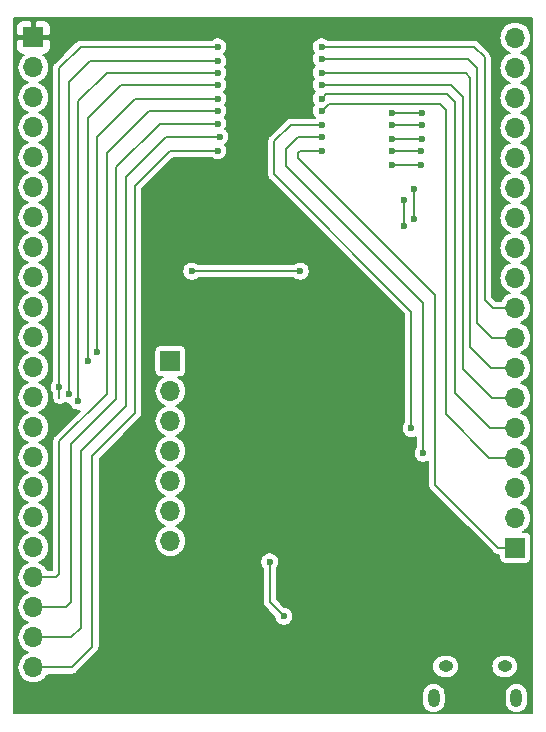
<source format=gbl>
G04 #@! TF.GenerationSoftware,KiCad,Pcbnew,(5.0.0)*
G04 #@! TF.CreationDate,2018-09-13T11:25:45+02:00*
G04 #@! TF.ProjectId,HolyIoT-NRF52840-Breakout,486F6C79496F542D4E52463532383430,1.0*
G04 #@! TF.SameCoordinates,Original*
G04 #@! TF.FileFunction,Copper,L2,Bot,Signal*
G04 #@! TF.FilePolarity,Positive*
%FSLAX46Y46*%
G04 Gerber Fmt 4.6, Leading zero omitted, Abs format (unit mm)*
G04 Created by KiCad (PCBNEW (5.0.0)) date 09/13/18 11:25:45*
%MOMM*%
%LPD*%
G01*
G04 APERTURE LIST*
G04 #@! TA.AperFunction,ComponentPad*
%ADD10R,1.700000X1.700000*%
G04 #@! TD*
G04 #@! TA.AperFunction,ComponentPad*
%ADD11O,1.700000X1.700000*%
G04 #@! TD*
G04 #@! TA.AperFunction,ComponentPad*
%ADD12O,1.250000X0.950000*%
G04 #@! TD*
G04 #@! TA.AperFunction,ComponentPad*
%ADD13O,1.000000X1.550000*%
G04 #@! TD*
G04 #@! TA.AperFunction,ViaPad*
%ADD14C,0.600000*%
G04 #@! TD*
G04 #@! TA.AperFunction,Conductor*
%ADD15C,0.200000*%
G04 #@! TD*
G04 APERTURE END LIST*
D10*
G04 #@! TO.P,J2,1*
G04 #@! TO.N,Net-(J2-Pad1)*
X139000000Y-127400000D03*
D11*
G04 #@! TO.P,J2,2*
G04 #@! TO.N,Net-(J2-Pad2)*
X139000000Y-124860000D03*
G04 #@! TO.P,J2,3*
G04 #@! TO.N,Net-(J2-Pad3)*
X139000000Y-122320000D03*
G04 #@! TO.P,J2,4*
G04 #@! TO.N,Net-(J2-Pad4)*
X139000000Y-119780000D03*
G04 #@! TO.P,J2,5*
G04 #@! TO.N,Net-(J2-Pad5)*
X139000000Y-117240000D03*
G04 #@! TO.P,J2,6*
G04 #@! TO.N,Net-(J2-Pad6)*
X139000000Y-114700000D03*
G04 #@! TO.P,J2,7*
G04 #@! TO.N,Net-(J2-Pad7)*
X139000000Y-112160000D03*
G04 #@! TO.P,J2,8*
G04 #@! TO.N,Net-(J2-Pad8)*
X139000000Y-109620000D03*
G04 #@! TO.P,J2,9*
G04 #@! TO.N,Net-(J2-Pad9)*
X139000000Y-107080000D03*
G04 #@! TO.P,J2,10*
G04 #@! TO.N,Net-(J2-Pad10)*
X139000000Y-104540000D03*
G04 #@! TO.P,J2,11*
G04 #@! TO.N,Net-(J2-Pad11)*
X139000000Y-102000000D03*
G04 #@! TO.P,J2,12*
G04 #@! TO.N,Net-(J2-Pad12)*
X139000000Y-99460000D03*
G04 #@! TO.P,J2,13*
G04 #@! TO.N,Net-(J2-Pad13)*
X139000000Y-96920000D03*
G04 #@! TO.P,J2,14*
G04 #@! TO.N,Net-(J2-Pad14)*
X139000000Y-94380000D03*
G04 #@! TO.P,J2,15*
G04 #@! TO.N,Net-(J2-Pad15)*
X139000000Y-91840000D03*
G04 #@! TO.P,J2,16*
G04 #@! TO.N,Net-(J2-Pad16)*
X139000000Y-89300000D03*
G04 #@! TO.P,J2,17*
G04 #@! TO.N,Net-(J2-Pad17)*
X139000000Y-86760000D03*
G04 #@! TO.P,J2,18*
G04 #@! TO.N,Net-(J2-Pad18)*
X139000000Y-84220000D03*
G04 #@! TD*
D10*
G04 #@! TO.P,J1,1*
G04 #@! TO.N,GND*
X98200000Y-84200000D03*
D11*
G04 #@! TO.P,J1,2*
G04 #@! TO.N,Net-(J1-Pad2)*
X98200000Y-86740000D03*
G04 #@! TO.P,J1,3*
G04 #@! TO.N,Net-(J1-Pad3)*
X98200000Y-89280000D03*
G04 #@! TO.P,J1,4*
G04 #@! TO.N,Net-(J1-Pad4)*
X98200000Y-91820000D03*
G04 #@! TO.P,J1,5*
G04 #@! TO.N,Net-(J1-Pad5)*
X98200000Y-94360000D03*
G04 #@! TO.P,J1,6*
G04 #@! TO.N,Net-(J1-Pad6)*
X98200000Y-96900000D03*
G04 #@! TO.P,J1,7*
G04 #@! TO.N,Net-(J1-Pad7)*
X98200000Y-99440000D03*
G04 #@! TO.P,J1,8*
G04 #@! TO.N,Net-(J1-Pad8)*
X98200000Y-101980000D03*
G04 #@! TO.P,J1,9*
G04 #@! TO.N,Net-(J1-Pad9)*
X98200000Y-104520000D03*
G04 #@! TO.P,J1,10*
G04 #@! TO.N,Net-(J1-Pad10)*
X98200000Y-107060000D03*
G04 #@! TO.P,J1,11*
G04 #@! TO.N,Net-(J1-Pad11)*
X98200000Y-109600000D03*
G04 #@! TO.P,J1,12*
G04 #@! TO.N,Net-(J1-Pad12)*
X98200000Y-112140000D03*
G04 #@! TO.P,J1,13*
G04 #@! TO.N,Net-(J1-Pad13)*
X98200000Y-114680000D03*
G04 #@! TO.P,J1,14*
G04 #@! TO.N,Net-(J1-Pad14)*
X98200000Y-117220000D03*
G04 #@! TO.P,J1,15*
G04 #@! TO.N,Net-(J1-Pad15)*
X98200000Y-119760000D03*
G04 #@! TO.P,J1,16*
G04 #@! TO.N,Net-(J1-Pad16)*
X98200000Y-122300000D03*
G04 #@! TO.P,J1,17*
G04 #@! TO.N,Net-(J1-Pad17)*
X98200000Y-124840000D03*
G04 #@! TO.P,J1,18*
G04 #@! TO.N,Net-(J1-Pad18)*
X98200000Y-127380000D03*
G04 #@! TO.P,J1,19*
G04 #@! TO.N,Net-(J1-Pad19)*
X98200000Y-129920000D03*
G04 #@! TO.P,J1,20*
G04 #@! TO.N,Net-(J1-Pad20)*
X98200000Y-132460000D03*
G04 #@! TO.P,J1,21*
G04 #@! TO.N,Net-(J1-Pad21)*
X98200000Y-135000000D03*
G04 #@! TO.P,J1,22*
G04 #@! TO.N,Net-(J1-Pad22)*
X98200000Y-137540000D03*
G04 #@! TD*
D12*
G04 #@! TO.P,P1,6*
G04 #@! TO.N,N/C*
X133099100Y-137437460D03*
X138099100Y-137437460D03*
D13*
X132099100Y-140137460D03*
X139099100Y-140137460D03*
G04 #@! TD*
D10*
G04 #@! TO.P,J3,1*
G04 #@! TO.N,Net-(J3-Pad1)*
X109800000Y-111600000D03*
D11*
G04 #@! TO.P,J3,2*
G04 #@! TO.N,Net-(J3-Pad2)*
X109800000Y-114140000D03*
G04 #@! TO.P,J3,3*
G04 #@! TO.N,Net-(J3-Pad3)*
X109800000Y-116680000D03*
G04 #@! TO.P,J3,4*
G04 #@! TO.N,Net-(J3-Pad4)*
X109800000Y-119220000D03*
G04 #@! TO.P,J3,5*
G04 #@! TO.N,Net-(J3-Pad5)*
X109800000Y-121760000D03*
G04 #@! TO.P,J3,6*
G04 #@! TO.N,Net-(J3-Pad6)*
X109800000Y-124300000D03*
G04 #@! TO.P,J3,7*
G04 #@! TO.N,Net-(J3-Pad7)*
X109800000Y-126840000D03*
G04 #@! TD*
D14*
G04 #@! TO.N,Net-(J2-Pad2)*
X122600000Y-92600000D03*
X131200000Y-119400000D03*
G04 #@! TO.N,Net-(J2-Pad3)*
X122599998Y-91600000D03*
X130200000Y-117300000D03*
G04 #@! TO.N,Net-(J2-Pad4)*
X122600000Y-90400000D03*
G04 #@! TO.N,Net-(J2-Pad5)*
X122599998Y-89400000D03*
G04 #@! TO.N,Net-(J2-Pad6)*
X122600000Y-88200000D03*
G04 #@! TO.N,Net-(J2-Pad7)*
X122599998Y-87200000D03*
G04 #@! TO.N,Net-(J2-Pad8)*
X122600000Y-86000000D03*
G04 #@! TO.N,Net-(J2-Pad9)*
X122600000Y-85000000D03*
G04 #@! TO.N,GND*
X110600000Y-98400000D03*
X113800000Y-95600000D03*
G04 #@! TO.N,Net-(J2-Pad11)*
X131000000Y-93800000D03*
X128600000Y-93800000D03*
G04 #@! TO.N,Net-(J2-Pad10)*
X131000000Y-95000000D03*
X128600000Y-95000006D03*
G04 #@! TO.N,Net-(J2-Pad12)*
X128600000Y-92800000D03*
X131100000Y-92800000D03*
G04 #@! TO.N,Net-(J2-Pad14)*
X128599996Y-90600000D03*
X131100000Y-90600000D03*
G04 #@! TO.N,Net-(J1-Pad22)*
X113800000Y-93800000D03*
G04 #@! TO.N,Net-(J1-Pad21)*
X114000000Y-92600000D03*
G04 #@! TO.N,Net-(J1-Pad20)*
X113799999Y-91500012D03*
G04 #@! TO.N,Net-(J1-Pad19)*
X113799998Y-90400000D03*
G04 #@! TO.N,Net-(J1-Pad18)*
X113800000Y-89400000D03*
X103600000Y-110800000D03*
G04 #@! TO.N,Net-(J1-Pad17)*
X113800000Y-88200000D03*
X102800000Y-111600000D03*
G04 #@! TO.N,Net-(J1-Pad16)*
X113800000Y-87200000D03*
X102000000Y-115000000D03*
G04 #@! TO.N,Net-(J1-Pad15)*
X113800000Y-86200000D03*
X101200000Y-114400000D03*
G04 #@! TO.N,Net-(J1-Pad14)*
X113799998Y-85000000D03*
X100400000Y-113800016D03*
G04 #@! TO.N,Net-(C1-Pad1)*
X119400000Y-133200000D03*
X118200000Y-128600000D03*
G04 #@! TO.N,SWDCLK*
X129600000Y-98000000D03*
X129595005Y-100202497D03*
G04 #@! TO.N,SWDIO*
X130400000Y-97000000D03*
X130400000Y-99600000D03*
G04 #@! TO.N,V_NRF*
X111600000Y-104000000D03*
X120799994Y-104000000D03*
G04 #@! TO.N,Net-(J2-Pad1)*
X122600000Y-93800000D03*
G04 #@! TO.N,Net-(J2-Pad13)*
X131100000Y-91600000D03*
X128600000Y-91600000D03*
G04 #@! TD*
D15*
G04 #@! TO.N,Net-(J2-Pad2)*
X131200000Y-118975736D02*
X131200000Y-119400000D01*
X131200000Y-106700000D02*
X131200000Y-118975736D01*
X119600000Y-95100000D02*
X131200000Y-106700000D01*
X119600000Y-93600000D02*
X119600000Y-95100000D01*
X122600000Y-92600000D02*
X120600000Y-92600000D01*
X120600000Y-92600000D02*
X119600000Y-93600000D01*
G04 #@! TO.N,Net-(J2-Pad3)*
X130200000Y-116875736D02*
X130200000Y-117300000D01*
X130200000Y-107400000D02*
X130200000Y-116875736D01*
X120000000Y-91600000D02*
X118600000Y-93000000D01*
X122599998Y-91600000D02*
X120000000Y-91600000D01*
X118600000Y-93000000D02*
X118600000Y-95800000D01*
X118600000Y-95800000D02*
X130200000Y-107400000D01*
G04 #@! TO.N,Net-(J2-Pad4)*
X136780000Y-119780000D02*
X139000000Y-119780000D01*
X133100000Y-116100000D02*
X136780000Y-119780000D01*
X133100000Y-90300000D02*
X133100000Y-116100000D01*
X132600000Y-89800000D02*
X133100000Y-90300000D01*
X122600000Y-90400000D02*
X123200000Y-89800000D01*
X123200000Y-89800000D02*
X132600000Y-89800000D01*
G04 #@! TO.N,Net-(J2-Pad5)*
X136840000Y-117240000D02*
X139000000Y-117240000D01*
X133900000Y-114300000D02*
X136840000Y-117240000D01*
X133900000Y-89700000D02*
X133900000Y-114300000D01*
X133200000Y-89000000D02*
X133900000Y-89700000D01*
X122599998Y-89400000D02*
X122999998Y-89000000D01*
X122999998Y-89000000D02*
X133200000Y-89000000D01*
G04 #@! TO.N,Net-(J2-Pad6)*
X137000000Y-114700000D02*
X139000000Y-114700000D01*
X134600000Y-112300000D02*
X137000000Y-114700000D01*
X134600000Y-89200000D02*
X134600000Y-112300000D01*
X122600000Y-88200000D02*
X133600000Y-88200000D01*
X133600000Y-88200000D02*
X134600000Y-89200000D01*
G04 #@! TO.N,Net-(J2-Pad7)*
X136960000Y-112160000D02*
X139000000Y-112160000D01*
X135200000Y-110400000D02*
X136960000Y-112160000D01*
X135200000Y-87600000D02*
X135200000Y-110400000D01*
X122599998Y-87200000D02*
X134800000Y-87200000D01*
X134800000Y-87200000D02*
X135200000Y-87600000D01*
G04 #@! TO.N,Net-(J2-Pad8)*
X137020000Y-109620000D02*
X139000000Y-109620000D01*
X135800000Y-108400000D02*
X137020000Y-109620000D01*
X135800000Y-86800000D02*
X135800000Y-108400000D01*
X122600000Y-86000000D02*
X135000000Y-86000000D01*
X135000000Y-86000000D02*
X135800000Y-86800000D01*
G04 #@! TO.N,Net-(J2-Pad9)*
X137080000Y-107080000D02*
X139000000Y-107080000D01*
X136400000Y-106400000D02*
X137080000Y-107080000D01*
X136400000Y-85892878D02*
X136400000Y-106400000D01*
X122600000Y-85000000D02*
X135507122Y-85000000D01*
X135507122Y-85000000D02*
X136400000Y-85892878D01*
G04 #@! TO.N,Net-(J2-Pad11)*
X129024264Y-93800000D02*
X128600000Y-93800000D01*
X129024264Y-93800000D02*
X131000000Y-93800000D01*
G04 #@! TO.N,Net-(J2-Pad10)*
X129024264Y-95000006D02*
X130999994Y-95000006D01*
X130999994Y-95000006D02*
X131000000Y-95000000D01*
X129024264Y-95000006D02*
X128600000Y-95000006D01*
G04 #@! TO.N,Net-(J2-Pad12)*
X128600000Y-92800000D02*
X129024264Y-92800000D01*
X129024264Y-92800000D02*
X131100000Y-92800000D01*
G04 #@! TO.N,Net-(J2-Pad14)*
X129024260Y-90600000D02*
X128599996Y-90600000D01*
X129024260Y-90600000D02*
X131100000Y-90600000D01*
G04 #@! TO.N,Net-(J1-Pad22)*
X101460000Y-137540000D02*
X98200000Y-137540000D01*
X109800000Y-93800000D02*
X106800000Y-96800000D01*
X113800000Y-93800000D02*
X109800000Y-93800000D01*
X106800000Y-96800000D02*
X106800000Y-116000000D01*
X106800000Y-116000000D02*
X103200000Y-119600000D01*
X103200000Y-119600000D02*
X103200000Y-135800000D01*
X103200000Y-135800000D02*
X101460000Y-137540000D01*
G04 #@! TO.N,Net-(J1-Pad21)*
X101400000Y-135000000D02*
X98200000Y-135000000D01*
X109400000Y-92600000D02*
X106000000Y-96000000D01*
X114000000Y-92600000D02*
X109400000Y-92600000D01*
X106000000Y-96000000D02*
X106000000Y-115400000D01*
X106000000Y-115400000D02*
X102200000Y-119200000D01*
X102200000Y-119200000D02*
X102200000Y-134200000D01*
X102200000Y-134200000D02*
X101400000Y-135000000D01*
G04 #@! TO.N,Net-(J1-Pad20)*
X108899988Y-91500012D02*
X105200000Y-95200000D01*
X113799999Y-91500012D02*
X108899988Y-91500012D01*
X105200000Y-95200000D02*
X105200000Y-114800000D01*
X105200000Y-114800000D02*
X101400000Y-118600000D01*
X100940000Y-132460000D02*
X98200000Y-132460000D01*
X101400000Y-118600000D02*
X101400000Y-132000000D01*
X101400000Y-132000000D02*
X100940000Y-132460000D01*
G04 #@! TO.N,Net-(J1-Pad19)*
X100080000Y-129920000D02*
X98200000Y-129920000D01*
X108000000Y-90400000D02*
X104400000Y-94000000D01*
X113799998Y-90400000D02*
X108000000Y-90400000D01*
X104400000Y-94000000D02*
X104400000Y-114400000D01*
X104400000Y-114400000D02*
X100400000Y-118400000D01*
X100400000Y-118400000D02*
X100400000Y-129600000D01*
X100400000Y-129600000D02*
X100080000Y-129920000D01*
G04 #@! TO.N,Net-(J1-Pad18)*
X113375736Y-89400000D02*
X113800000Y-89400000D01*
X106800000Y-89400000D02*
X113375736Y-89400000D01*
X103600000Y-110800000D02*
X103600000Y-92600000D01*
X103600000Y-92600000D02*
X106800000Y-89400000D01*
G04 #@! TO.N,Net-(J1-Pad17)*
X113375736Y-88200000D02*
X113800000Y-88200000D01*
X105600000Y-88200000D02*
X113375736Y-88200000D01*
X102800000Y-111600000D02*
X102800000Y-91000000D01*
X102800000Y-91000000D02*
X105600000Y-88200000D01*
G04 #@! TO.N,Net-(J1-Pad16)*
X102000000Y-89600000D02*
X102000000Y-114575736D01*
X102000000Y-114575736D02*
X102000000Y-115000000D01*
X104400000Y-87200000D02*
X102000000Y-89600000D01*
X113800000Y-87200000D02*
X104400000Y-87200000D01*
G04 #@! TO.N,Net-(J1-Pad15)*
X101200000Y-113975736D02*
X101200000Y-114400000D01*
X113800000Y-86200000D02*
X103000000Y-86200000D01*
X103000000Y-86200000D02*
X101200000Y-88000000D01*
X101200000Y-88000000D02*
X101200000Y-113975736D01*
G04 #@! TO.N,Net-(J1-Pad14)*
X102200000Y-85000000D02*
X100400000Y-86800000D01*
X100400000Y-86800000D02*
X100400000Y-113375752D01*
X100400000Y-114700000D02*
X100400000Y-113800016D01*
X113799998Y-85000000D02*
X102200000Y-85000000D01*
X100400000Y-113375752D02*
X100400000Y-113800016D01*
G04 #@! TO.N,Net-(C1-Pad1)*
X118200000Y-132000000D02*
X118200000Y-128600000D01*
X119400000Y-133200000D02*
X118200000Y-132000000D01*
G04 #@! TO.N,SWDCLK*
X129600000Y-100197502D02*
X129595005Y-100202497D01*
X129600000Y-98000000D02*
X129600000Y-100197502D01*
G04 #@! TO.N,SWDIO*
X130400000Y-97000000D02*
X130400000Y-99600000D01*
G04 #@! TO.N,V_NRF*
X111600000Y-104000000D02*
X120799994Y-104000000D01*
G04 #@! TO.N,Net-(J2-Pad1)*
X137550000Y-127400000D02*
X139000000Y-127400000D01*
X120800000Y-93800000D02*
X120600000Y-94000000D01*
X122600000Y-93800000D02*
X120800000Y-93800000D01*
X120600000Y-94000000D02*
X120600000Y-94400000D01*
X120600000Y-94400000D02*
X132200000Y-106000000D01*
X132200000Y-106000000D02*
X132200000Y-122050000D01*
X132200000Y-122050000D02*
X137550000Y-127400000D01*
G04 #@! TO.N,Net-(J2-Pad13)*
X129024264Y-91600000D02*
X128600000Y-91600000D01*
X129024264Y-91600000D02*
X131100000Y-91600000D01*
G04 #@! TD*
G04 #@! TO.N,GND*
G36*
X140425000Y-141425000D02*
X96575000Y-141425000D01*
X96575000Y-139813341D01*
X131099100Y-139813341D01*
X131099100Y-140461580D01*
X131113570Y-140608494D01*
X131170751Y-140796995D01*
X131263609Y-140970718D01*
X131388573Y-141122988D01*
X131540843Y-141247952D01*
X131714566Y-141340809D01*
X131903067Y-141397990D01*
X132099100Y-141417298D01*
X132295134Y-141397990D01*
X132483635Y-141340809D01*
X132657358Y-141247952D01*
X132809628Y-141122988D01*
X132934592Y-140970718D01*
X133027449Y-140796995D01*
X133084630Y-140608493D01*
X133099100Y-140461579D01*
X133099100Y-139813341D01*
X138099100Y-139813341D01*
X138099100Y-140461580D01*
X138113570Y-140608494D01*
X138170751Y-140796995D01*
X138263609Y-140970718D01*
X138388573Y-141122988D01*
X138540843Y-141247952D01*
X138714566Y-141340809D01*
X138903067Y-141397990D01*
X139099100Y-141417298D01*
X139295134Y-141397990D01*
X139483635Y-141340809D01*
X139657358Y-141247952D01*
X139809628Y-141122988D01*
X139934592Y-140970718D01*
X140027449Y-140796995D01*
X140084630Y-140608493D01*
X140099100Y-140461579D01*
X140099100Y-139813340D01*
X140084630Y-139666426D01*
X140027449Y-139477925D01*
X139934592Y-139304202D01*
X139809628Y-139151932D01*
X139657358Y-139026968D01*
X139483634Y-138934111D01*
X139295133Y-138876930D01*
X139099100Y-138857622D01*
X138903066Y-138876930D01*
X138714565Y-138934111D01*
X138540842Y-139026968D01*
X138388572Y-139151932D01*
X138263608Y-139304202D01*
X138170751Y-139477926D01*
X138113570Y-139666427D01*
X138099100Y-139813341D01*
X133099100Y-139813341D01*
X133099100Y-139813340D01*
X133084630Y-139666426D01*
X133027449Y-139477925D01*
X132934592Y-139304202D01*
X132809628Y-139151932D01*
X132657358Y-139026968D01*
X132483634Y-138934111D01*
X132295133Y-138876930D01*
X132099100Y-138857622D01*
X131903066Y-138876930D01*
X131714565Y-138934111D01*
X131540842Y-139026968D01*
X131388572Y-139151932D01*
X131263608Y-139304202D01*
X131170751Y-139477926D01*
X131113570Y-139666427D01*
X131099100Y-139813341D01*
X96575000Y-139813341D01*
X96575000Y-84506000D01*
X96742000Y-84506000D01*
X96742000Y-85109883D01*
X96765365Y-85227347D01*
X96811197Y-85337996D01*
X96877735Y-85437577D01*
X96962422Y-85522264D01*
X97062004Y-85588803D01*
X97172653Y-85634635D01*
X97290117Y-85658000D01*
X97390403Y-85658000D01*
X97240787Y-85780787D01*
X97072085Y-85986351D01*
X96946728Y-86220878D01*
X96869533Y-86475354D01*
X96843468Y-86740000D01*
X96869533Y-87004646D01*
X96946728Y-87259122D01*
X97072085Y-87493649D01*
X97240787Y-87699213D01*
X97446351Y-87867915D01*
X97680878Y-87993272D01*
X97736022Y-88010000D01*
X97680878Y-88026728D01*
X97446351Y-88152085D01*
X97240787Y-88320787D01*
X97072085Y-88526351D01*
X96946728Y-88760878D01*
X96869533Y-89015354D01*
X96843468Y-89280000D01*
X96869533Y-89544646D01*
X96946728Y-89799122D01*
X97072085Y-90033649D01*
X97240787Y-90239213D01*
X97446351Y-90407915D01*
X97680878Y-90533272D01*
X97736022Y-90550000D01*
X97680878Y-90566728D01*
X97446351Y-90692085D01*
X97240787Y-90860787D01*
X97072085Y-91066351D01*
X96946728Y-91300878D01*
X96869533Y-91555354D01*
X96843468Y-91820000D01*
X96869533Y-92084646D01*
X96946728Y-92339122D01*
X97072085Y-92573649D01*
X97240787Y-92779213D01*
X97446351Y-92947915D01*
X97680878Y-93073272D01*
X97736022Y-93090000D01*
X97680878Y-93106728D01*
X97446351Y-93232085D01*
X97240787Y-93400787D01*
X97072085Y-93606351D01*
X96946728Y-93840878D01*
X96869533Y-94095354D01*
X96843468Y-94360000D01*
X96869533Y-94624646D01*
X96946728Y-94879122D01*
X97072085Y-95113649D01*
X97240787Y-95319213D01*
X97446351Y-95487915D01*
X97680878Y-95613272D01*
X97736022Y-95630000D01*
X97680878Y-95646728D01*
X97446351Y-95772085D01*
X97240787Y-95940787D01*
X97072085Y-96146351D01*
X96946728Y-96380878D01*
X96869533Y-96635354D01*
X96843468Y-96900000D01*
X96869533Y-97164646D01*
X96946728Y-97419122D01*
X97072085Y-97653649D01*
X97240787Y-97859213D01*
X97446351Y-98027915D01*
X97680878Y-98153272D01*
X97736022Y-98170000D01*
X97680878Y-98186728D01*
X97446351Y-98312085D01*
X97240787Y-98480787D01*
X97072085Y-98686351D01*
X96946728Y-98920878D01*
X96869533Y-99175354D01*
X96843468Y-99440000D01*
X96869533Y-99704646D01*
X96946728Y-99959122D01*
X97072085Y-100193649D01*
X97240787Y-100399213D01*
X97446351Y-100567915D01*
X97680878Y-100693272D01*
X97736022Y-100710000D01*
X97680878Y-100726728D01*
X97446351Y-100852085D01*
X97240787Y-101020787D01*
X97072085Y-101226351D01*
X96946728Y-101460878D01*
X96869533Y-101715354D01*
X96843468Y-101980000D01*
X96869533Y-102244646D01*
X96946728Y-102499122D01*
X97072085Y-102733649D01*
X97240787Y-102939213D01*
X97446351Y-103107915D01*
X97680878Y-103233272D01*
X97736022Y-103250000D01*
X97680878Y-103266728D01*
X97446351Y-103392085D01*
X97240787Y-103560787D01*
X97072085Y-103766351D01*
X96946728Y-104000878D01*
X96869533Y-104255354D01*
X96843468Y-104520000D01*
X96869533Y-104784646D01*
X96946728Y-105039122D01*
X97072085Y-105273649D01*
X97240787Y-105479213D01*
X97446351Y-105647915D01*
X97680878Y-105773272D01*
X97736022Y-105790000D01*
X97680878Y-105806728D01*
X97446351Y-105932085D01*
X97240787Y-106100787D01*
X97072085Y-106306351D01*
X96946728Y-106540878D01*
X96869533Y-106795354D01*
X96843468Y-107060000D01*
X96869533Y-107324646D01*
X96946728Y-107579122D01*
X97072085Y-107813649D01*
X97240787Y-108019213D01*
X97446351Y-108187915D01*
X97680878Y-108313272D01*
X97736022Y-108330000D01*
X97680878Y-108346728D01*
X97446351Y-108472085D01*
X97240787Y-108640787D01*
X97072085Y-108846351D01*
X96946728Y-109080878D01*
X96869533Y-109335354D01*
X96843468Y-109600000D01*
X96869533Y-109864646D01*
X96946728Y-110119122D01*
X97072085Y-110353649D01*
X97240787Y-110559213D01*
X97446351Y-110727915D01*
X97680878Y-110853272D01*
X97736022Y-110870000D01*
X97680878Y-110886728D01*
X97446351Y-111012085D01*
X97240787Y-111180787D01*
X97072085Y-111386351D01*
X96946728Y-111620878D01*
X96869533Y-111875354D01*
X96843468Y-112140000D01*
X96869533Y-112404646D01*
X96946728Y-112659122D01*
X97072085Y-112893649D01*
X97240787Y-113099213D01*
X97446351Y-113267915D01*
X97680878Y-113393272D01*
X97736022Y-113410000D01*
X97680878Y-113426728D01*
X97446351Y-113552085D01*
X97240787Y-113720787D01*
X97072085Y-113926351D01*
X96946728Y-114160878D01*
X96869533Y-114415354D01*
X96843468Y-114680000D01*
X96869533Y-114944646D01*
X96946728Y-115199122D01*
X97072085Y-115433649D01*
X97240787Y-115639213D01*
X97446351Y-115807915D01*
X97680878Y-115933272D01*
X97736022Y-115950000D01*
X97680878Y-115966728D01*
X97446351Y-116092085D01*
X97240787Y-116260787D01*
X97072085Y-116466351D01*
X96946728Y-116700878D01*
X96869533Y-116955354D01*
X96843468Y-117220000D01*
X96869533Y-117484646D01*
X96946728Y-117739122D01*
X97072085Y-117973649D01*
X97240787Y-118179213D01*
X97446351Y-118347915D01*
X97680878Y-118473272D01*
X97736022Y-118490000D01*
X97680878Y-118506728D01*
X97446351Y-118632085D01*
X97240787Y-118800787D01*
X97072085Y-119006351D01*
X96946728Y-119240878D01*
X96869533Y-119495354D01*
X96843468Y-119760000D01*
X96869533Y-120024646D01*
X96946728Y-120279122D01*
X97072085Y-120513649D01*
X97240787Y-120719213D01*
X97446351Y-120887915D01*
X97680878Y-121013272D01*
X97736022Y-121030000D01*
X97680878Y-121046728D01*
X97446351Y-121172085D01*
X97240787Y-121340787D01*
X97072085Y-121546351D01*
X96946728Y-121780878D01*
X96869533Y-122035354D01*
X96843468Y-122300000D01*
X96869533Y-122564646D01*
X96946728Y-122819122D01*
X97072085Y-123053649D01*
X97240787Y-123259213D01*
X97446351Y-123427915D01*
X97680878Y-123553272D01*
X97736022Y-123570000D01*
X97680878Y-123586728D01*
X97446351Y-123712085D01*
X97240787Y-123880787D01*
X97072085Y-124086351D01*
X96946728Y-124320878D01*
X96869533Y-124575354D01*
X96843468Y-124840000D01*
X96869533Y-125104646D01*
X96946728Y-125359122D01*
X97072085Y-125593649D01*
X97240787Y-125799213D01*
X97446351Y-125967915D01*
X97680878Y-126093272D01*
X97736022Y-126110000D01*
X97680878Y-126126728D01*
X97446351Y-126252085D01*
X97240787Y-126420787D01*
X97072085Y-126626351D01*
X96946728Y-126860878D01*
X96869533Y-127115354D01*
X96843468Y-127380000D01*
X96869533Y-127644646D01*
X96946728Y-127899122D01*
X97072085Y-128133649D01*
X97240787Y-128339213D01*
X97446351Y-128507915D01*
X97680878Y-128633272D01*
X97736022Y-128650000D01*
X97680878Y-128666728D01*
X97446351Y-128792085D01*
X97240787Y-128960787D01*
X97072085Y-129166351D01*
X96946728Y-129400878D01*
X96869533Y-129655354D01*
X96843468Y-129920000D01*
X96869533Y-130184646D01*
X96946728Y-130439122D01*
X97072085Y-130673649D01*
X97240787Y-130879213D01*
X97446351Y-131047915D01*
X97680878Y-131173272D01*
X97736022Y-131190000D01*
X97680878Y-131206728D01*
X97446351Y-131332085D01*
X97240787Y-131500787D01*
X97072085Y-131706351D01*
X96946728Y-131940878D01*
X96869533Y-132195354D01*
X96843468Y-132460000D01*
X96869533Y-132724646D01*
X96946728Y-132979122D01*
X97072085Y-133213649D01*
X97240787Y-133419213D01*
X97446351Y-133587915D01*
X97680878Y-133713272D01*
X97736022Y-133730000D01*
X97680878Y-133746728D01*
X97446351Y-133872085D01*
X97240787Y-134040787D01*
X97072085Y-134246351D01*
X96946728Y-134480878D01*
X96869533Y-134735354D01*
X96843468Y-135000000D01*
X96869533Y-135264646D01*
X96946728Y-135519122D01*
X97072085Y-135753649D01*
X97240787Y-135959213D01*
X97446351Y-136127915D01*
X97680878Y-136253272D01*
X97736022Y-136270000D01*
X97680878Y-136286728D01*
X97446351Y-136412085D01*
X97240787Y-136580787D01*
X97072085Y-136786351D01*
X96946728Y-137020878D01*
X96869533Y-137275354D01*
X96843468Y-137540000D01*
X96869533Y-137804646D01*
X96946728Y-138059122D01*
X97072085Y-138293649D01*
X97240787Y-138499213D01*
X97446351Y-138667915D01*
X97680878Y-138793272D01*
X97935354Y-138870467D01*
X98133679Y-138890000D01*
X98266321Y-138890000D01*
X98464646Y-138870467D01*
X98719122Y-138793272D01*
X98953649Y-138667915D01*
X99159213Y-138499213D01*
X99327915Y-138293649D01*
X99410042Y-138140000D01*
X101430526Y-138140000D01*
X101460000Y-138142903D01*
X101489474Y-138140000D01*
X101577621Y-138131318D01*
X101690721Y-138097010D01*
X101794955Y-138041296D01*
X101886317Y-137966317D01*
X101905113Y-137943414D01*
X102411067Y-137437460D01*
X131969383Y-137437460D01*
X131988208Y-137628593D01*
X132043960Y-137812381D01*
X132134495Y-137981762D01*
X132256335Y-138130225D01*
X132404798Y-138252065D01*
X132574179Y-138342600D01*
X132757967Y-138398352D01*
X132901208Y-138412460D01*
X133296992Y-138412460D01*
X133440233Y-138398352D01*
X133624021Y-138342600D01*
X133793402Y-138252065D01*
X133941865Y-138130225D01*
X134063705Y-137981762D01*
X134154240Y-137812381D01*
X134209992Y-137628593D01*
X134228817Y-137437460D01*
X136969383Y-137437460D01*
X136988208Y-137628593D01*
X137043960Y-137812381D01*
X137134495Y-137981762D01*
X137256335Y-138130225D01*
X137404798Y-138252065D01*
X137574179Y-138342600D01*
X137757967Y-138398352D01*
X137901208Y-138412460D01*
X138296992Y-138412460D01*
X138440233Y-138398352D01*
X138624021Y-138342600D01*
X138793402Y-138252065D01*
X138941865Y-138130225D01*
X139063705Y-137981762D01*
X139154240Y-137812381D01*
X139209992Y-137628593D01*
X139228817Y-137437460D01*
X139209992Y-137246327D01*
X139154240Y-137062539D01*
X139063705Y-136893158D01*
X138941865Y-136744695D01*
X138793402Y-136622855D01*
X138624021Y-136532320D01*
X138440233Y-136476568D01*
X138296992Y-136462460D01*
X137901208Y-136462460D01*
X137757967Y-136476568D01*
X137574179Y-136532320D01*
X137404798Y-136622855D01*
X137256335Y-136744695D01*
X137134495Y-136893158D01*
X137043960Y-137062539D01*
X136988208Y-137246327D01*
X136969383Y-137437460D01*
X134228817Y-137437460D01*
X134209992Y-137246327D01*
X134154240Y-137062539D01*
X134063705Y-136893158D01*
X133941865Y-136744695D01*
X133793402Y-136622855D01*
X133624021Y-136532320D01*
X133440233Y-136476568D01*
X133296992Y-136462460D01*
X132901208Y-136462460D01*
X132757967Y-136476568D01*
X132574179Y-136532320D01*
X132404798Y-136622855D01*
X132256335Y-136744695D01*
X132134495Y-136893158D01*
X132043960Y-137062539D01*
X131988208Y-137246327D01*
X131969383Y-137437460D01*
X102411067Y-137437460D01*
X103603419Y-136245109D01*
X103626317Y-136226317D01*
X103701296Y-136134955D01*
X103757010Y-136030721D01*
X103791319Y-135917621D01*
X103802903Y-135800000D01*
X103800000Y-135770524D01*
X103800000Y-128521207D01*
X117400000Y-128521207D01*
X117400000Y-128678793D01*
X117430743Y-128833351D01*
X117491049Y-128978942D01*
X117578599Y-129109970D01*
X117600001Y-129131372D01*
X117600000Y-131970526D01*
X117597097Y-132000000D01*
X117600000Y-132029473D01*
X117608682Y-132117620D01*
X117642990Y-132230720D01*
X117698704Y-132334954D01*
X117773683Y-132426317D01*
X117796586Y-132445113D01*
X118600000Y-133248528D01*
X118600000Y-133278793D01*
X118630743Y-133433351D01*
X118691049Y-133578942D01*
X118778599Y-133709970D01*
X118890030Y-133821401D01*
X119021058Y-133908951D01*
X119166649Y-133969257D01*
X119321207Y-134000000D01*
X119478793Y-134000000D01*
X119633351Y-133969257D01*
X119778942Y-133908951D01*
X119909970Y-133821401D01*
X120021401Y-133709970D01*
X120108951Y-133578942D01*
X120169257Y-133433351D01*
X120200000Y-133278793D01*
X120200000Y-133121207D01*
X120169257Y-132966649D01*
X120108951Y-132821058D01*
X120021401Y-132690030D01*
X119909970Y-132578599D01*
X119778942Y-132491049D01*
X119633351Y-132430743D01*
X119478793Y-132400000D01*
X119448528Y-132400000D01*
X118800000Y-131751473D01*
X118800000Y-129131371D01*
X118821401Y-129109970D01*
X118908951Y-128978942D01*
X118969257Y-128833351D01*
X119000000Y-128678793D01*
X119000000Y-128521207D01*
X118969257Y-128366649D01*
X118908951Y-128221058D01*
X118821401Y-128090030D01*
X118709970Y-127978599D01*
X118578942Y-127891049D01*
X118433351Y-127830743D01*
X118278793Y-127800000D01*
X118121207Y-127800000D01*
X117966649Y-127830743D01*
X117821058Y-127891049D01*
X117690030Y-127978599D01*
X117578599Y-128090030D01*
X117491049Y-128221058D01*
X117430743Y-128366649D01*
X117400000Y-128521207D01*
X103800000Y-128521207D01*
X103800000Y-119848527D01*
X107203419Y-116445109D01*
X107226317Y-116426317D01*
X107301296Y-116334955D01*
X107337603Y-116267029D01*
X107357010Y-116230722D01*
X107391318Y-116117621D01*
X107402903Y-116000000D01*
X107400000Y-115970526D01*
X107400000Y-114140000D01*
X108443468Y-114140000D01*
X108469533Y-114404646D01*
X108546728Y-114659122D01*
X108672085Y-114893649D01*
X108840787Y-115099213D01*
X109046351Y-115267915D01*
X109280878Y-115393272D01*
X109336022Y-115410000D01*
X109280878Y-115426728D01*
X109046351Y-115552085D01*
X108840787Y-115720787D01*
X108672085Y-115926351D01*
X108546728Y-116160878D01*
X108469533Y-116415354D01*
X108443468Y-116680000D01*
X108469533Y-116944646D01*
X108546728Y-117199122D01*
X108672085Y-117433649D01*
X108840787Y-117639213D01*
X109046351Y-117807915D01*
X109280878Y-117933272D01*
X109336022Y-117950000D01*
X109280878Y-117966728D01*
X109046351Y-118092085D01*
X108840787Y-118260787D01*
X108672085Y-118466351D01*
X108546728Y-118700878D01*
X108469533Y-118955354D01*
X108443468Y-119220000D01*
X108469533Y-119484646D01*
X108546728Y-119739122D01*
X108672085Y-119973649D01*
X108840787Y-120179213D01*
X109046351Y-120347915D01*
X109280878Y-120473272D01*
X109336022Y-120490000D01*
X109280878Y-120506728D01*
X109046351Y-120632085D01*
X108840787Y-120800787D01*
X108672085Y-121006351D01*
X108546728Y-121240878D01*
X108469533Y-121495354D01*
X108443468Y-121760000D01*
X108469533Y-122024646D01*
X108546728Y-122279122D01*
X108672085Y-122513649D01*
X108840787Y-122719213D01*
X109046351Y-122887915D01*
X109280878Y-123013272D01*
X109336022Y-123030000D01*
X109280878Y-123046728D01*
X109046351Y-123172085D01*
X108840787Y-123340787D01*
X108672085Y-123546351D01*
X108546728Y-123780878D01*
X108469533Y-124035354D01*
X108443468Y-124300000D01*
X108469533Y-124564646D01*
X108546728Y-124819122D01*
X108672085Y-125053649D01*
X108840787Y-125259213D01*
X109046351Y-125427915D01*
X109280878Y-125553272D01*
X109336022Y-125570000D01*
X109280878Y-125586728D01*
X109046351Y-125712085D01*
X108840787Y-125880787D01*
X108672085Y-126086351D01*
X108546728Y-126320878D01*
X108469533Y-126575354D01*
X108443468Y-126840000D01*
X108469533Y-127104646D01*
X108546728Y-127359122D01*
X108672085Y-127593649D01*
X108840787Y-127799213D01*
X109046351Y-127967915D01*
X109280878Y-128093272D01*
X109535354Y-128170467D01*
X109733679Y-128190000D01*
X109866321Y-128190000D01*
X110064646Y-128170467D01*
X110319122Y-128093272D01*
X110553649Y-127967915D01*
X110759213Y-127799213D01*
X110927915Y-127593649D01*
X111053272Y-127359122D01*
X111130467Y-127104646D01*
X111156532Y-126840000D01*
X111130467Y-126575354D01*
X111053272Y-126320878D01*
X110927915Y-126086351D01*
X110759213Y-125880787D01*
X110553649Y-125712085D01*
X110319122Y-125586728D01*
X110263978Y-125570000D01*
X110319122Y-125553272D01*
X110553649Y-125427915D01*
X110759213Y-125259213D01*
X110927915Y-125053649D01*
X111053272Y-124819122D01*
X111130467Y-124564646D01*
X111156532Y-124300000D01*
X111130467Y-124035354D01*
X111053272Y-123780878D01*
X110927915Y-123546351D01*
X110759213Y-123340787D01*
X110553649Y-123172085D01*
X110319122Y-123046728D01*
X110263978Y-123030000D01*
X110319122Y-123013272D01*
X110553649Y-122887915D01*
X110759213Y-122719213D01*
X110927915Y-122513649D01*
X111053272Y-122279122D01*
X111130467Y-122024646D01*
X111156532Y-121760000D01*
X111130467Y-121495354D01*
X111053272Y-121240878D01*
X110927915Y-121006351D01*
X110759213Y-120800787D01*
X110553649Y-120632085D01*
X110319122Y-120506728D01*
X110263978Y-120490000D01*
X110319122Y-120473272D01*
X110553649Y-120347915D01*
X110759213Y-120179213D01*
X110927915Y-119973649D01*
X111053272Y-119739122D01*
X111130467Y-119484646D01*
X111156532Y-119220000D01*
X111130467Y-118955354D01*
X111053272Y-118700878D01*
X110927915Y-118466351D01*
X110759213Y-118260787D01*
X110553649Y-118092085D01*
X110319122Y-117966728D01*
X110263978Y-117950000D01*
X110319122Y-117933272D01*
X110553649Y-117807915D01*
X110759213Y-117639213D01*
X110927915Y-117433649D01*
X111053272Y-117199122D01*
X111130467Y-116944646D01*
X111156532Y-116680000D01*
X111130467Y-116415354D01*
X111053272Y-116160878D01*
X110927915Y-115926351D01*
X110759213Y-115720787D01*
X110553649Y-115552085D01*
X110319122Y-115426728D01*
X110263978Y-115410000D01*
X110319122Y-115393272D01*
X110553649Y-115267915D01*
X110759213Y-115099213D01*
X110927915Y-114893649D01*
X111053272Y-114659122D01*
X111130467Y-114404646D01*
X111156532Y-114140000D01*
X111130467Y-113875354D01*
X111053272Y-113620878D01*
X110927915Y-113386351D01*
X110759213Y-113180787D01*
X110553649Y-113012085D01*
X110442022Y-112952419D01*
X110650000Y-112952419D01*
X110748017Y-112942765D01*
X110842267Y-112914175D01*
X110929129Y-112867746D01*
X111005264Y-112805264D01*
X111067746Y-112729129D01*
X111114175Y-112642267D01*
X111142765Y-112548017D01*
X111152419Y-112450000D01*
X111152419Y-110750000D01*
X111142765Y-110651983D01*
X111114175Y-110557733D01*
X111067746Y-110470871D01*
X111005264Y-110394736D01*
X110929129Y-110332254D01*
X110842267Y-110285825D01*
X110748017Y-110257235D01*
X110650000Y-110247581D01*
X108950000Y-110247581D01*
X108851983Y-110257235D01*
X108757733Y-110285825D01*
X108670871Y-110332254D01*
X108594736Y-110394736D01*
X108532254Y-110470871D01*
X108485825Y-110557733D01*
X108457235Y-110651983D01*
X108447581Y-110750000D01*
X108447581Y-112450000D01*
X108457235Y-112548017D01*
X108485825Y-112642267D01*
X108532254Y-112729129D01*
X108594736Y-112805264D01*
X108670871Y-112867746D01*
X108757733Y-112914175D01*
X108851983Y-112942765D01*
X108950000Y-112952419D01*
X109157978Y-112952419D01*
X109046351Y-113012085D01*
X108840787Y-113180787D01*
X108672085Y-113386351D01*
X108546728Y-113620878D01*
X108469533Y-113875354D01*
X108443468Y-114140000D01*
X107400000Y-114140000D01*
X107400000Y-103921207D01*
X110800000Y-103921207D01*
X110800000Y-104078793D01*
X110830743Y-104233351D01*
X110891049Y-104378942D01*
X110978599Y-104509970D01*
X111090030Y-104621401D01*
X111221058Y-104708951D01*
X111366649Y-104769257D01*
X111521207Y-104800000D01*
X111678793Y-104800000D01*
X111833351Y-104769257D01*
X111978942Y-104708951D01*
X112109970Y-104621401D01*
X112131371Y-104600000D01*
X120268623Y-104600000D01*
X120290024Y-104621401D01*
X120421052Y-104708951D01*
X120566643Y-104769257D01*
X120721201Y-104800000D01*
X120878787Y-104800000D01*
X121033345Y-104769257D01*
X121178936Y-104708951D01*
X121309964Y-104621401D01*
X121421395Y-104509970D01*
X121508945Y-104378942D01*
X121569251Y-104233351D01*
X121599994Y-104078793D01*
X121599994Y-103921207D01*
X121569251Y-103766649D01*
X121508945Y-103621058D01*
X121421395Y-103490030D01*
X121309964Y-103378599D01*
X121178936Y-103291049D01*
X121033345Y-103230743D01*
X120878787Y-103200000D01*
X120721201Y-103200000D01*
X120566643Y-103230743D01*
X120421052Y-103291049D01*
X120290024Y-103378599D01*
X120268623Y-103400000D01*
X112131371Y-103400000D01*
X112109970Y-103378599D01*
X111978942Y-103291049D01*
X111833351Y-103230743D01*
X111678793Y-103200000D01*
X111521207Y-103200000D01*
X111366649Y-103230743D01*
X111221058Y-103291049D01*
X111090030Y-103378599D01*
X110978599Y-103490030D01*
X110891049Y-103621058D01*
X110830743Y-103766649D01*
X110800000Y-103921207D01*
X107400000Y-103921207D01*
X107400000Y-97048527D01*
X110048528Y-94400000D01*
X113268629Y-94400000D01*
X113290030Y-94421401D01*
X113421058Y-94508951D01*
X113566649Y-94569257D01*
X113721207Y-94600000D01*
X113878793Y-94600000D01*
X114033351Y-94569257D01*
X114178942Y-94508951D01*
X114309970Y-94421401D01*
X114421401Y-94309970D01*
X114508951Y-94178942D01*
X114569257Y-94033351D01*
X114600000Y-93878793D01*
X114600000Y-93721207D01*
X114569257Y-93566649D01*
X114508951Y-93421058D01*
X114421401Y-93290030D01*
X114415737Y-93284366D01*
X114509970Y-93221401D01*
X114621401Y-93109970D01*
X114694880Y-93000000D01*
X117997097Y-93000000D01*
X118000000Y-93029474D01*
X118000001Y-95770517D01*
X117997097Y-95800000D01*
X118008682Y-95917620D01*
X118033672Y-96000000D01*
X118042991Y-96030721D01*
X118098705Y-96134955D01*
X118173684Y-96226317D01*
X118196582Y-96245109D01*
X129600000Y-107648529D01*
X129600001Y-116768628D01*
X129578599Y-116790030D01*
X129491049Y-116921058D01*
X129430743Y-117066649D01*
X129400000Y-117221207D01*
X129400000Y-117378793D01*
X129430743Y-117533351D01*
X129491049Y-117678942D01*
X129578599Y-117809970D01*
X129690030Y-117921401D01*
X129821058Y-118008951D01*
X129966649Y-118069257D01*
X130121207Y-118100000D01*
X130278793Y-118100000D01*
X130433351Y-118069257D01*
X130578942Y-118008951D01*
X130600001Y-117994880D01*
X130600001Y-118868628D01*
X130578599Y-118890030D01*
X130491049Y-119021058D01*
X130430743Y-119166649D01*
X130400000Y-119321207D01*
X130400000Y-119478793D01*
X130430743Y-119633351D01*
X130491049Y-119778942D01*
X130578599Y-119909970D01*
X130690030Y-120021401D01*
X130821058Y-120108951D01*
X130966649Y-120169257D01*
X131121207Y-120200000D01*
X131278793Y-120200000D01*
X131433351Y-120169257D01*
X131578942Y-120108951D01*
X131600001Y-120094880D01*
X131600001Y-122020516D01*
X131597097Y-122050000D01*
X131608682Y-122167620D01*
X131642506Y-122279122D01*
X131642991Y-122280721D01*
X131698705Y-122384955D01*
X131773684Y-122476317D01*
X131796582Y-122495109D01*
X137104891Y-127803419D01*
X137123683Y-127826317D01*
X137215045Y-127901296D01*
X137319279Y-127957010D01*
X137432379Y-127991319D01*
X137550000Y-128002903D01*
X137579476Y-128000000D01*
X137647581Y-128000000D01*
X137647581Y-128250000D01*
X137657235Y-128348017D01*
X137685825Y-128442267D01*
X137732254Y-128529129D01*
X137794736Y-128605264D01*
X137870871Y-128667746D01*
X137957733Y-128714175D01*
X138051983Y-128742765D01*
X138150000Y-128752419D01*
X139850000Y-128752419D01*
X139948017Y-128742765D01*
X140042267Y-128714175D01*
X140129129Y-128667746D01*
X140205264Y-128605264D01*
X140267746Y-128529129D01*
X140314175Y-128442267D01*
X140342765Y-128348017D01*
X140352419Y-128250000D01*
X140352419Y-126550000D01*
X140342765Y-126451983D01*
X140314175Y-126357733D01*
X140267746Y-126270871D01*
X140205264Y-126194736D01*
X140129129Y-126132254D01*
X140042267Y-126085825D01*
X139948017Y-126057235D01*
X139850000Y-126047581D01*
X139642022Y-126047581D01*
X139753649Y-125987915D01*
X139959213Y-125819213D01*
X140127915Y-125613649D01*
X140253272Y-125379122D01*
X140330467Y-125124646D01*
X140356532Y-124860000D01*
X140330467Y-124595354D01*
X140253272Y-124340878D01*
X140127915Y-124106351D01*
X139959213Y-123900787D01*
X139753649Y-123732085D01*
X139519122Y-123606728D01*
X139463978Y-123590000D01*
X139519122Y-123573272D01*
X139753649Y-123447915D01*
X139959213Y-123279213D01*
X140127915Y-123073649D01*
X140253272Y-122839122D01*
X140330467Y-122584646D01*
X140356532Y-122320000D01*
X140330467Y-122055354D01*
X140253272Y-121800878D01*
X140127915Y-121566351D01*
X139959213Y-121360787D01*
X139753649Y-121192085D01*
X139519122Y-121066728D01*
X139463978Y-121050000D01*
X139519122Y-121033272D01*
X139753649Y-120907915D01*
X139959213Y-120739213D01*
X140127915Y-120533649D01*
X140253272Y-120299122D01*
X140330467Y-120044646D01*
X140356532Y-119780000D01*
X140330467Y-119515354D01*
X140253272Y-119260878D01*
X140127915Y-119026351D01*
X139959213Y-118820787D01*
X139753649Y-118652085D01*
X139519122Y-118526728D01*
X139463978Y-118510000D01*
X139519122Y-118493272D01*
X139753649Y-118367915D01*
X139959213Y-118199213D01*
X140127915Y-117993649D01*
X140253272Y-117759122D01*
X140330467Y-117504646D01*
X140356532Y-117240000D01*
X140330467Y-116975354D01*
X140253272Y-116720878D01*
X140127915Y-116486351D01*
X139959213Y-116280787D01*
X139753649Y-116112085D01*
X139519122Y-115986728D01*
X139463978Y-115970000D01*
X139519122Y-115953272D01*
X139753649Y-115827915D01*
X139959213Y-115659213D01*
X140127915Y-115453649D01*
X140253272Y-115219122D01*
X140330467Y-114964646D01*
X140356532Y-114700000D01*
X140330467Y-114435354D01*
X140253272Y-114180878D01*
X140127915Y-113946351D01*
X139959213Y-113740787D01*
X139753649Y-113572085D01*
X139519122Y-113446728D01*
X139463978Y-113430000D01*
X139519122Y-113413272D01*
X139753649Y-113287915D01*
X139959213Y-113119213D01*
X140127915Y-112913649D01*
X140253272Y-112679122D01*
X140330467Y-112424646D01*
X140356532Y-112160000D01*
X140330467Y-111895354D01*
X140253272Y-111640878D01*
X140127915Y-111406351D01*
X139959213Y-111200787D01*
X139753649Y-111032085D01*
X139519122Y-110906728D01*
X139463978Y-110890000D01*
X139519122Y-110873272D01*
X139753649Y-110747915D01*
X139959213Y-110579213D01*
X140127915Y-110373649D01*
X140253272Y-110139122D01*
X140330467Y-109884646D01*
X140356532Y-109620000D01*
X140330467Y-109355354D01*
X140253272Y-109100878D01*
X140127915Y-108866351D01*
X139959213Y-108660787D01*
X139753649Y-108492085D01*
X139519122Y-108366728D01*
X139463978Y-108350000D01*
X139519122Y-108333272D01*
X139753649Y-108207915D01*
X139959213Y-108039213D01*
X140127915Y-107833649D01*
X140253272Y-107599122D01*
X140330467Y-107344646D01*
X140356532Y-107080000D01*
X140330467Y-106815354D01*
X140253272Y-106560878D01*
X140127915Y-106326351D01*
X139959213Y-106120787D01*
X139753649Y-105952085D01*
X139519122Y-105826728D01*
X139463978Y-105810000D01*
X139519122Y-105793272D01*
X139753649Y-105667915D01*
X139959213Y-105499213D01*
X140127915Y-105293649D01*
X140253272Y-105059122D01*
X140330467Y-104804646D01*
X140356532Y-104540000D01*
X140330467Y-104275354D01*
X140253272Y-104020878D01*
X140127915Y-103786351D01*
X139959213Y-103580787D01*
X139753649Y-103412085D01*
X139519122Y-103286728D01*
X139463978Y-103270000D01*
X139519122Y-103253272D01*
X139753649Y-103127915D01*
X139959213Y-102959213D01*
X140127915Y-102753649D01*
X140253272Y-102519122D01*
X140330467Y-102264646D01*
X140356532Y-102000000D01*
X140330467Y-101735354D01*
X140253272Y-101480878D01*
X140127915Y-101246351D01*
X139959213Y-101040787D01*
X139753649Y-100872085D01*
X139519122Y-100746728D01*
X139463978Y-100730000D01*
X139519122Y-100713272D01*
X139753649Y-100587915D01*
X139959213Y-100419213D01*
X140127915Y-100213649D01*
X140253272Y-99979122D01*
X140330467Y-99724646D01*
X140356532Y-99460000D01*
X140330467Y-99195354D01*
X140253272Y-98940878D01*
X140127915Y-98706351D01*
X139959213Y-98500787D01*
X139753649Y-98332085D01*
X139519122Y-98206728D01*
X139463978Y-98190000D01*
X139519122Y-98173272D01*
X139753649Y-98047915D01*
X139959213Y-97879213D01*
X140127915Y-97673649D01*
X140253272Y-97439122D01*
X140330467Y-97184646D01*
X140356532Y-96920000D01*
X140330467Y-96655354D01*
X140253272Y-96400878D01*
X140127915Y-96166351D01*
X139959213Y-95960787D01*
X139753649Y-95792085D01*
X139519122Y-95666728D01*
X139463978Y-95650000D01*
X139519122Y-95633272D01*
X139753649Y-95507915D01*
X139959213Y-95339213D01*
X140127915Y-95133649D01*
X140253272Y-94899122D01*
X140330467Y-94644646D01*
X140356532Y-94380000D01*
X140330467Y-94115354D01*
X140253272Y-93860878D01*
X140127915Y-93626351D01*
X139959213Y-93420787D01*
X139753649Y-93252085D01*
X139519122Y-93126728D01*
X139463978Y-93110000D01*
X139519122Y-93093272D01*
X139753649Y-92967915D01*
X139959213Y-92799213D01*
X140127915Y-92593649D01*
X140253272Y-92359122D01*
X140330467Y-92104646D01*
X140356532Y-91840000D01*
X140330467Y-91575354D01*
X140253272Y-91320878D01*
X140127915Y-91086351D01*
X139959213Y-90880787D01*
X139753649Y-90712085D01*
X139519122Y-90586728D01*
X139463978Y-90570000D01*
X139519122Y-90553272D01*
X139753649Y-90427915D01*
X139959213Y-90259213D01*
X140127915Y-90053649D01*
X140253272Y-89819122D01*
X140330467Y-89564646D01*
X140356532Y-89300000D01*
X140330467Y-89035354D01*
X140253272Y-88780878D01*
X140127915Y-88546351D01*
X139959213Y-88340787D01*
X139753649Y-88172085D01*
X139519122Y-88046728D01*
X139463978Y-88030000D01*
X139519122Y-88013272D01*
X139753649Y-87887915D01*
X139959213Y-87719213D01*
X140127915Y-87513649D01*
X140253272Y-87279122D01*
X140330467Y-87024646D01*
X140356532Y-86760000D01*
X140330467Y-86495354D01*
X140253272Y-86240878D01*
X140127915Y-86006351D01*
X139959213Y-85800787D01*
X139753649Y-85632085D01*
X139519122Y-85506728D01*
X139463978Y-85490000D01*
X139519122Y-85473272D01*
X139753649Y-85347915D01*
X139959213Y-85179213D01*
X140127915Y-84973649D01*
X140253272Y-84739122D01*
X140330467Y-84484646D01*
X140356532Y-84220000D01*
X140330467Y-83955354D01*
X140253272Y-83700878D01*
X140127915Y-83466351D01*
X139959213Y-83260787D01*
X139753649Y-83092085D01*
X139519122Y-82966728D01*
X139264646Y-82889533D01*
X139066321Y-82870000D01*
X138933679Y-82870000D01*
X138735354Y-82889533D01*
X138480878Y-82966728D01*
X138246351Y-83092085D01*
X138040787Y-83260787D01*
X137872085Y-83466351D01*
X137746728Y-83700878D01*
X137669533Y-83955354D01*
X137643468Y-84220000D01*
X137669533Y-84484646D01*
X137746728Y-84739122D01*
X137872085Y-84973649D01*
X138040787Y-85179213D01*
X138246351Y-85347915D01*
X138480878Y-85473272D01*
X138536022Y-85490000D01*
X138480878Y-85506728D01*
X138246351Y-85632085D01*
X138040787Y-85800787D01*
X137872085Y-86006351D01*
X137746728Y-86240878D01*
X137669533Y-86495354D01*
X137643468Y-86760000D01*
X137669533Y-87024646D01*
X137746728Y-87279122D01*
X137872085Y-87513649D01*
X138040787Y-87719213D01*
X138246351Y-87887915D01*
X138480878Y-88013272D01*
X138536022Y-88030000D01*
X138480878Y-88046728D01*
X138246351Y-88172085D01*
X138040787Y-88340787D01*
X137872085Y-88546351D01*
X137746728Y-88780878D01*
X137669533Y-89035354D01*
X137643468Y-89300000D01*
X137669533Y-89564646D01*
X137746728Y-89819122D01*
X137872085Y-90053649D01*
X138040787Y-90259213D01*
X138246351Y-90427915D01*
X138480878Y-90553272D01*
X138536022Y-90570000D01*
X138480878Y-90586728D01*
X138246351Y-90712085D01*
X138040787Y-90880787D01*
X137872085Y-91086351D01*
X137746728Y-91320878D01*
X137669533Y-91575354D01*
X137643468Y-91840000D01*
X137669533Y-92104646D01*
X137746728Y-92359122D01*
X137872085Y-92593649D01*
X138040787Y-92799213D01*
X138246351Y-92967915D01*
X138480878Y-93093272D01*
X138536022Y-93110000D01*
X138480878Y-93126728D01*
X138246351Y-93252085D01*
X138040787Y-93420787D01*
X137872085Y-93626351D01*
X137746728Y-93860878D01*
X137669533Y-94115354D01*
X137643468Y-94380000D01*
X137669533Y-94644646D01*
X137746728Y-94899122D01*
X137872085Y-95133649D01*
X138040787Y-95339213D01*
X138246351Y-95507915D01*
X138480878Y-95633272D01*
X138536022Y-95650000D01*
X138480878Y-95666728D01*
X138246351Y-95792085D01*
X138040787Y-95960787D01*
X137872085Y-96166351D01*
X137746728Y-96400878D01*
X137669533Y-96655354D01*
X137643468Y-96920000D01*
X137669533Y-97184646D01*
X137746728Y-97439122D01*
X137872085Y-97673649D01*
X138040787Y-97879213D01*
X138246351Y-98047915D01*
X138480878Y-98173272D01*
X138536022Y-98190000D01*
X138480878Y-98206728D01*
X138246351Y-98332085D01*
X138040787Y-98500787D01*
X137872085Y-98706351D01*
X137746728Y-98940878D01*
X137669533Y-99195354D01*
X137643468Y-99460000D01*
X137669533Y-99724646D01*
X137746728Y-99979122D01*
X137872085Y-100213649D01*
X138040787Y-100419213D01*
X138246351Y-100587915D01*
X138480878Y-100713272D01*
X138536022Y-100730000D01*
X138480878Y-100746728D01*
X138246351Y-100872085D01*
X138040787Y-101040787D01*
X137872085Y-101246351D01*
X137746728Y-101480878D01*
X137669533Y-101735354D01*
X137643468Y-102000000D01*
X137669533Y-102264646D01*
X137746728Y-102519122D01*
X137872085Y-102753649D01*
X138040787Y-102959213D01*
X138246351Y-103127915D01*
X138480878Y-103253272D01*
X138536022Y-103270000D01*
X138480878Y-103286728D01*
X138246351Y-103412085D01*
X138040787Y-103580787D01*
X137872085Y-103786351D01*
X137746728Y-104020878D01*
X137669533Y-104275354D01*
X137643468Y-104540000D01*
X137669533Y-104804646D01*
X137746728Y-105059122D01*
X137872085Y-105293649D01*
X138040787Y-105499213D01*
X138246351Y-105667915D01*
X138480878Y-105793272D01*
X138536022Y-105810000D01*
X138480878Y-105826728D01*
X138246351Y-105952085D01*
X138040787Y-106120787D01*
X137872085Y-106326351D01*
X137789958Y-106480000D01*
X137328528Y-106480000D01*
X137000000Y-106151473D01*
X137000000Y-85922351D01*
X137002903Y-85892877D01*
X136991318Y-85775257D01*
X136985141Y-85754895D01*
X136957010Y-85662157D01*
X136901296Y-85557923D01*
X136826317Y-85466561D01*
X136803420Y-85447770D01*
X135952235Y-84596586D01*
X135933439Y-84573683D01*
X135842077Y-84498704D01*
X135737843Y-84442990D01*
X135624743Y-84408682D01*
X135536596Y-84400000D01*
X135507122Y-84397097D01*
X135477648Y-84400000D01*
X123131371Y-84400000D01*
X123109970Y-84378599D01*
X122978942Y-84291049D01*
X122833351Y-84230743D01*
X122678793Y-84200000D01*
X122521207Y-84200000D01*
X122366649Y-84230743D01*
X122221058Y-84291049D01*
X122090030Y-84378599D01*
X121978599Y-84490030D01*
X121891049Y-84621058D01*
X121830743Y-84766649D01*
X121800000Y-84921207D01*
X121800000Y-85078793D01*
X121830743Y-85233351D01*
X121891049Y-85378942D01*
X121971937Y-85500000D01*
X121891049Y-85621058D01*
X121830743Y-85766649D01*
X121800000Y-85921207D01*
X121800000Y-86078793D01*
X121830743Y-86233351D01*
X121891049Y-86378942D01*
X121978599Y-86509970D01*
X122068628Y-86599999D01*
X121978597Y-86690030D01*
X121891047Y-86821058D01*
X121830741Y-86966649D01*
X121799998Y-87121207D01*
X121799998Y-87278793D01*
X121830741Y-87433351D01*
X121891047Y-87578942D01*
X121971936Y-87700001D01*
X121891049Y-87821058D01*
X121830743Y-87966649D01*
X121800000Y-88121207D01*
X121800000Y-88278793D01*
X121830743Y-88433351D01*
X121891049Y-88578942D01*
X121978599Y-88709970D01*
X122068628Y-88799999D01*
X121978597Y-88890030D01*
X121891047Y-89021058D01*
X121830741Y-89166649D01*
X121799998Y-89321207D01*
X121799998Y-89478793D01*
X121830741Y-89633351D01*
X121891047Y-89778942D01*
X121971936Y-89900001D01*
X121891049Y-90021058D01*
X121830743Y-90166649D01*
X121800000Y-90321207D01*
X121800000Y-90478793D01*
X121830743Y-90633351D01*
X121891049Y-90778942D01*
X121978599Y-90909970D01*
X122068628Y-90999999D01*
X122068627Y-91000000D01*
X120029474Y-91000000D01*
X120000000Y-90997097D01*
X119970526Y-91000000D01*
X119882379Y-91008682D01*
X119769279Y-91042990D01*
X119665045Y-91098704D01*
X119573683Y-91173683D01*
X119554891Y-91196581D01*
X118196586Y-92554887D01*
X118173683Y-92573683D01*
X118098704Y-92665046D01*
X118042990Y-92769280D01*
X118024352Y-92830722D01*
X118008682Y-92882380D01*
X117997097Y-93000000D01*
X114694880Y-93000000D01*
X114708951Y-92978942D01*
X114769257Y-92833351D01*
X114800000Y-92678793D01*
X114800000Y-92521207D01*
X114769257Y-92366649D01*
X114708951Y-92221058D01*
X114621401Y-92090030D01*
X114509970Y-91978599D01*
X114463235Y-91947372D01*
X114508950Y-91878954D01*
X114569256Y-91733363D01*
X114599999Y-91578805D01*
X114599999Y-91421219D01*
X114569256Y-91266661D01*
X114508950Y-91121070D01*
X114421400Y-90990042D01*
X114381364Y-90950006D01*
X114421399Y-90909970D01*
X114508949Y-90778942D01*
X114569255Y-90633351D01*
X114599998Y-90478793D01*
X114599998Y-90321207D01*
X114569255Y-90166649D01*
X114508949Y-90021058D01*
X114428062Y-89900001D01*
X114508951Y-89778942D01*
X114569257Y-89633351D01*
X114600000Y-89478793D01*
X114600000Y-89321207D01*
X114569257Y-89166649D01*
X114508951Y-89021058D01*
X114421401Y-88890030D01*
X114331371Y-88800000D01*
X114421401Y-88709970D01*
X114508951Y-88578942D01*
X114569257Y-88433351D01*
X114600000Y-88278793D01*
X114600000Y-88121207D01*
X114569257Y-87966649D01*
X114508951Y-87821058D01*
X114428063Y-87700000D01*
X114508951Y-87578942D01*
X114569257Y-87433351D01*
X114600000Y-87278793D01*
X114600000Y-87121207D01*
X114569257Y-86966649D01*
X114508951Y-86821058D01*
X114428063Y-86700000D01*
X114508951Y-86578942D01*
X114569257Y-86433351D01*
X114600000Y-86278793D01*
X114600000Y-86121207D01*
X114569257Y-85966649D01*
X114508951Y-85821058D01*
X114421401Y-85690030D01*
X114331370Y-85599999D01*
X114421399Y-85509970D01*
X114508949Y-85378942D01*
X114569255Y-85233351D01*
X114599998Y-85078793D01*
X114599998Y-84921207D01*
X114569255Y-84766649D01*
X114508949Y-84621058D01*
X114421399Y-84490030D01*
X114309968Y-84378599D01*
X114178940Y-84291049D01*
X114033349Y-84230743D01*
X113878791Y-84200000D01*
X113721205Y-84200000D01*
X113566647Y-84230743D01*
X113421056Y-84291049D01*
X113290028Y-84378599D01*
X113268627Y-84400000D01*
X102229465Y-84400000D01*
X102199999Y-84397098D01*
X102170533Y-84400000D01*
X102170526Y-84400000D01*
X102093640Y-84407573D01*
X102082378Y-84408682D01*
X102048070Y-84419089D01*
X101969279Y-84442990D01*
X101865045Y-84498704D01*
X101773683Y-84573683D01*
X101754896Y-84596575D01*
X99996586Y-86354887D01*
X99973683Y-86373683D01*
X99898704Y-86465046D01*
X99842990Y-86569280D01*
X99808682Y-86682379D01*
X99808682Y-86682380D01*
X99797097Y-86800000D01*
X99800000Y-86829474D01*
X99800001Y-113268644D01*
X99778599Y-113290046D01*
X99691049Y-113421074D01*
X99630743Y-113566665D01*
X99600000Y-113721223D01*
X99600000Y-113878809D01*
X99630743Y-114033367D01*
X99691049Y-114178958D01*
X99778599Y-114309986D01*
X99800000Y-114331387D01*
X99800000Y-114729473D01*
X99808682Y-114817620D01*
X99842990Y-114930720D01*
X99898704Y-115034954D01*
X99973683Y-115126317D01*
X100065045Y-115201296D01*
X100169279Y-115257010D01*
X100282379Y-115291318D01*
X100400000Y-115302903D01*
X100517620Y-115291318D01*
X100630720Y-115257010D01*
X100734954Y-115201296D01*
X100826317Y-115126317D01*
X100835619Y-115114982D01*
X100966649Y-115169257D01*
X101121207Y-115200000D01*
X101224109Y-115200000D01*
X101230743Y-115233351D01*
X101291049Y-115378942D01*
X101378599Y-115509970D01*
X101490030Y-115621401D01*
X101621058Y-115708951D01*
X101766649Y-115769257D01*
X101921207Y-115800000D01*
X102078793Y-115800000D01*
X102169519Y-115781954D01*
X99996586Y-117954887D01*
X99973683Y-117973683D01*
X99898704Y-118065046D01*
X99842990Y-118169280D01*
X99813940Y-118265046D01*
X99808682Y-118282380D01*
X99797097Y-118400000D01*
X99800000Y-118429474D01*
X99800001Y-129320000D01*
X99410042Y-129320000D01*
X99327915Y-129166351D01*
X99159213Y-128960787D01*
X98953649Y-128792085D01*
X98719122Y-128666728D01*
X98663978Y-128650000D01*
X98719122Y-128633272D01*
X98953649Y-128507915D01*
X99159213Y-128339213D01*
X99327915Y-128133649D01*
X99453272Y-127899122D01*
X99530467Y-127644646D01*
X99556532Y-127380000D01*
X99530467Y-127115354D01*
X99453272Y-126860878D01*
X99327915Y-126626351D01*
X99159213Y-126420787D01*
X98953649Y-126252085D01*
X98719122Y-126126728D01*
X98663978Y-126110000D01*
X98719122Y-126093272D01*
X98953649Y-125967915D01*
X99159213Y-125799213D01*
X99327915Y-125593649D01*
X99453272Y-125359122D01*
X99530467Y-125104646D01*
X99556532Y-124840000D01*
X99530467Y-124575354D01*
X99453272Y-124320878D01*
X99327915Y-124086351D01*
X99159213Y-123880787D01*
X98953649Y-123712085D01*
X98719122Y-123586728D01*
X98663978Y-123570000D01*
X98719122Y-123553272D01*
X98953649Y-123427915D01*
X99159213Y-123259213D01*
X99327915Y-123053649D01*
X99453272Y-122819122D01*
X99530467Y-122564646D01*
X99556532Y-122300000D01*
X99530467Y-122035354D01*
X99453272Y-121780878D01*
X99327915Y-121546351D01*
X99159213Y-121340787D01*
X98953649Y-121172085D01*
X98719122Y-121046728D01*
X98663978Y-121030000D01*
X98719122Y-121013272D01*
X98953649Y-120887915D01*
X99159213Y-120719213D01*
X99327915Y-120513649D01*
X99453272Y-120279122D01*
X99530467Y-120024646D01*
X99556532Y-119760000D01*
X99530467Y-119495354D01*
X99453272Y-119240878D01*
X99327915Y-119006351D01*
X99159213Y-118800787D01*
X98953649Y-118632085D01*
X98719122Y-118506728D01*
X98663978Y-118490000D01*
X98719122Y-118473272D01*
X98953649Y-118347915D01*
X99159213Y-118179213D01*
X99327915Y-117973649D01*
X99453272Y-117739122D01*
X99530467Y-117484646D01*
X99556532Y-117220000D01*
X99530467Y-116955354D01*
X99453272Y-116700878D01*
X99327915Y-116466351D01*
X99159213Y-116260787D01*
X98953649Y-116092085D01*
X98719122Y-115966728D01*
X98663978Y-115950000D01*
X98719122Y-115933272D01*
X98953649Y-115807915D01*
X99159213Y-115639213D01*
X99327915Y-115433649D01*
X99453272Y-115199122D01*
X99530467Y-114944646D01*
X99556532Y-114680000D01*
X99530467Y-114415354D01*
X99453272Y-114160878D01*
X99327915Y-113926351D01*
X99159213Y-113720787D01*
X98953649Y-113552085D01*
X98719122Y-113426728D01*
X98663978Y-113410000D01*
X98719122Y-113393272D01*
X98953649Y-113267915D01*
X99159213Y-113099213D01*
X99327915Y-112893649D01*
X99453272Y-112659122D01*
X99530467Y-112404646D01*
X99556532Y-112140000D01*
X99530467Y-111875354D01*
X99453272Y-111620878D01*
X99327915Y-111386351D01*
X99159213Y-111180787D01*
X98953649Y-111012085D01*
X98719122Y-110886728D01*
X98663978Y-110870000D01*
X98719122Y-110853272D01*
X98953649Y-110727915D01*
X99159213Y-110559213D01*
X99327915Y-110353649D01*
X99453272Y-110119122D01*
X99530467Y-109864646D01*
X99556532Y-109600000D01*
X99530467Y-109335354D01*
X99453272Y-109080878D01*
X99327915Y-108846351D01*
X99159213Y-108640787D01*
X98953649Y-108472085D01*
X98719122Y-108346728D01*
X98663978Y-108330000D01*
X98719122Y-108313272D01*
X98953649Y-108187915D01*
X99159213Y-108019213D01*
X99327915Y-107813649D01*
X99453272Y-107579122D01*
X99530467Y-107324646D01*
X99556532Y-107060000D01*
X99530467Y-106795354D01*
X99453272Y-106540878D01*
X99327915Y-106306351D01*
X99159213Y-106100787D01*
X98953649Y-105932085D01*
X98719122Y-105806728D01*
X98663978Y-105790000D01*
X98719122Y-105773272D01*
X98953649Y-105647915D01*
X99159213Y-105479213D01*
X99327915Y-105273649D01*
X99453272Y-105039122D01*
X99530467Y-104784646D01*
X99556532Y-104520000D01*
X99530467Y-104255354D01*
X99453272Y-104000878D01*
X99327915Y-103766351D01*
X99159213Y-103560787D01*
X98953649Y-103392085D01*
X98719122Y-103266728D01*
X98663978Y-103250000D01*
X98719122Y-103233272D01*
X98953649Y-103107915D01*
X99159213Y-102939213D01*
X99327915Y-102733649D01*
X99453272Y-102499122D01*
X99530467Y-102244646D01*
X99556532Y-101980000D01*
X99530467Y-101715354D01*
X99453272Y-101460878D01*
X99327915Y-101226351D01*
X99159213Y-101020787D01*
X98953649Y-100852085D01*
X98719122Y-100726728D01*
X98663978Y-100710000D01*
X98719122Y-100693272D01*
X98953649Y-100567915D01*
X99159213Y-100399213D01*
X99327915Y-100193649D01*
X99453272Y-99959122D01*
X99530467Y-99704646D01*
X99556532Y-99440000D01*
X99530467Y-99175354D01*
X99453272Y-98920878D01*
X99327915Y-98686351D01*
X99159213Y-98480787D01*
X98953649Y-98312085D01*
X98719122Y-98186728D01*
X98663978Y-98170000D01*
X98719122Y-98153272D01*
X98953649Y-98027915D01*
X99159213Y-97859213D01*
X99327915Y-97653649D01*
X99453272Y-97419122D01*
X99530467Y-97164646D01*
X99556532Y-96900000D01*
X99530467Y-96635354D01*
X99453272Y-96380878D01*
X99327915Y-96146351D01*
X99159213Y-95940787D01*
X98953649Y-95772085D01*
X98719122Y-95646728D01*
X98663978Y-95630000D01*
X98719122Y-95613272D01*
X98953649Y-95487915D01*
X99159213Y-95319213D01*
X99327915Y-95113649D01*
X99453272Y-94879122D01*
X99530467Y-94624646D01*
X99556532Y-94360000D01*
X99530467Y-94095354D01*
X99453272Y-93840878D01*
X99327915Y-93606351D01*
X99159213Y-93400787D01*
X98953649Y-93232085D01*
X98719122Y-93106728D01*
X98663978Y-93090000D01*
X98719122Y-93073272D01*
X98953649Y-92947915D01*
X99159213Y-92779213D01*
X99327915Y-92573649D01*
X99453272Y-92339122D01*
X99530467Y-92084646D01*
X99556532Y-91820000D01*
X99530467Y-91555354D01*
X99453272Y-91300878D01*
X99327915Y-91066351D01*
X99159213Y-90860787D01*
X98953649Y-90692085D01*
X98719122Y-90566728D01*
X98663978Y-90550000D01*
X98719122Y-90533272D01*
X98953649Y-90407915D01*
X99159213Y-90239213D01*
X99327915Y-90033649D01*
X99453272Y-89799122D01*
X99530467Y-89544646D01*
X99556532Y-89280000D01*
X99530467Y-89015354D01*
X99453272Y-88760878D01*
X99327915Y-88526351D01*
X99159213Y-88320787D01*
X98953649Y-88152085D01*
X98719122Y-88026728D01*
X98663978Y-88010000D01*
X98719122Y-87993272D01*
X98953649Y-87867915D01*
X99159213Y-87699213D01*
X99327915Y-87493649D01*
X99453272Y-87259122D01*
X99530467Y-87004646D01*
X99556532Y-86740000D01*
X99530467Y-86475354D01*
X99453272Y-86220878D01*
X99327915Y-85986351D01*
X99159213Y-85780787D01*
X99009597Y-85658000D01*
X99109883Y-85658000D01*
X99227347Y-85634635D01*
X99337996Y-85588803D01*
X99437578Y-85522264D01*
X99522265Y-85437577D01*
X99588803Y-85337996D01*
X99634635Y-85227347D01*
X99658000Y-85109883D01*
X99658000Y-84506000D01*
X99506000Y-84354000D01*
X98354000Y-84354000D01*
X98354000Y-84374000D01*
X98046000Y-84374000D01*
X98046000Y-84354000D01*
X96894000Y-84354000D01*
X96742000Y-84506000D01*
X96575000Y-84506000D01*
X96575000Y-83290117D01*
X96742000Y-83290117D01*
X96742000Y-83894000D01*
X96894000Y-84046000D01*
X98046000Y-84046000D01*
X98046000Y-82894000D01*
X98354000Y-82894000D01*
X98354000Y-84046000D01*
X99506000Y-84046000D01*
X99658000Y-83894000D01*
X99658000Y-83290117D01*
X99634635Y-83172653D01*
X99588803Y-83062004D01*
X99522265Y-82962423D01*
X99437578Y-82877736D01*
X99337996Y-82811197D01*
X99227347Y-82765365D01*
X99109883Y-82742000D01*
X98506000Y-82742000D01*
X98354000Y-82894000D01*
X98046000Y-82894000D01*
X97894000Y-82742000D01*
X97290117Y-82742000D01*
X97172653Y-82765365D01*
X97062004Y-82811197D01*
X96962422Y-82877736D01*
X96877735Y-82962423D01*
X96811197Y-83062004D01*
X96765365Y-83172653D01*
X96742000Y-83290117D01*
X96575000Y-83290117D01*
X96575000Y-82575000D01*
X140425001Y-82575000D01*
X140425000Y-141425000D01*
X140425000Y-141425000D01*
G37*
X140425000Y-141425000D02*
X96575000Y-141425000D01*
X96575000Y-139813341D01*
X131099100Y-139813341D01*
X131099100Y-140461580D01*
X131113570Y-140608494D01*
X131170751Y-140796995D01*
X131263609Y-140970718D01*
X131388573Y-141122988D01*
X131540843Y-141247952D01*
X131714566Y-141340809D01*
X131903067Y-141397990D01*
X132099100Y-141417298D01*
X132295134Y-141397990D01*
X132483635Y-141340809D01*
X132657358Y-141247952D01*
X132809628Y-141122988D01*
X132934592Y-140970718D01*
X133027449Y-140796995D01*
X133084630Y-140608493D01*
X133099100Y-140461579D01*
X133099100Y-139813341D01*
X138099100Y-139813341D01*
X138099100Y-140461580D01*
X138113570Y-140608494D01*
X138170751Y-140796995D01*
X138263609Y-140970718D01*
X138388573Y-141122988D01*
X138540843Y-141247952D01*
X138714566Y-141340809D01*
X138903067Y-141397990D01*
X139099100Y-141417298D01*
X139295134Y-141397990D01*
X139483635Y-141340809D01*
X139657358Y-141247952D01*
X139809628Y-141122988D01*
X139934592Y-140970718D01*
X140027449Y-140796995D01*
X140084630Y-140608493D01*
X140099100Y-140461579D01*
X140099100Y-139813340D01*
X140084630Y-139666426D01*
X140027449Y-139477925D01*
X139934592Y-139304202D01*
X139809628Y-139151932D01*
X139657358Y-139026968D01*
X139483634Y-138934111D01*
X139295133Y-138876930D01*
X139099100Y-138857622D01*
X138903066Y-138876930D01*
X138714565Y-138934111D01*
X138540842Y-139026968D01*
X138388572Y-139151932D01*
X138263608Y-139304202D01*
X138170751Y-139477926D01*
X138113570Y-139666427D01*
X138099100Y-139813341D01*
X133099100Y-139813341D01*
X133099100Y-139813340D01*
X133084630Y-139666426D01*
X133027449Y-139477925D01*
X132934592Y-139304202D01*
X132809628Y-139151932D01*
X132657358Y-139026968D01*
X132483634Y-138934111D01*
X132295133Y-138876930D01*
X132099100Y-138857622D01*
X131903066Y-138876930D01*
X131714565Y-138934111D01*
X131540842Y-139026968D01*
X131388572Y-139151932D01*
X131263608Y-139304202D01*
X131170751Y-139477926D01*
X131113570Y-139666427D01*
X131099100Y-139813341D01*
X96575000Y-139813341D01*
X96575000Y-84506000D01*
X96742000Y-84506000D01*
X96742000Y-85109883D01*
X96765365Y-85227347D01*
X96811197Y-85337996D01*
X96877735Y-85437577D01*
X96962422Y-85522264D01*
X97062004Y-85588803D01*
X97172653Y-85634635D01*
X97290117Y-85658000D01*
X97390403Y-85658000D01*
X97240787Y-85780787D01*
X97072085Y-85986351D01*
X96946728Y-86220878D01*
X96869533Y-86475354D01*
X96843468Y-86740000D01*
X96869533Y-87004646D01*
X96946728Y-87259122D01*
X97072085Y-87493649D01*
X97240787Y-87699213D01*
X97446351Y-87867915D01*
X97680878Y-87993272D01*
X97736022Y-88010000D01*
X97680878Y-88026728D01*
X97446351Y-88152085D01*
X97240787Y-88320787D01*
X97072085Y-88526351D01*
X96946728Y-88760878D01*
X96869533Y-89015354D01*
X96843468Y-89280000D01*
X96869533Y-89544646D01*
X96946728Y-89799122D01*
X97072085Y-90033649D01*
X97240787Y-90239213D01*
X97446351Y-90407915D01*
X97680878Y-90533272D01*
X97736022Y-90550000D01*
X97680878Y-90566728D01*
X97446351Y-90692085D01*
X97240787Y-90860787D01*
X97072085Y-91066351D01*
X96946728Y-91300878D01*
X96869533Y-91555354D01*
X96843468Y-91820000D01*
X96869533Y-92084646D01*
X96946728Y-92339122D01*
X97072085Y-92573649D01*
X97240787Y-92779213D01*
X97446351Y-92947915D01*
X97680878Y-93073272D01*
X97736022Y-93090000D01*
X97680878Y-93106728D01*
X97446351Y-93232085D01*
X97240787Y-93400787D01*
X97072085Y-93606351D01*
X96946728Y-93840878D01*
X96869533Y-94095354D01*
X96843468Y-94360000D01*
X96869533Y-94624646D01*
X96946728Y-94879122D01*
X97072085Y-95113649D01*
X97240787Y-95319213D01*
X97446351Y-95487915D01*
X97680878Y-95613272D01*
X97736022Y-95630000D01*
X97680878Y-95646728D01*
X97446351Y-95772085D01*
X97240787Y-95940787D01*
X97072085Y-96146351D01*
X96946728Y-96380878D01*
X96869533Y-96635354D01*
X96843468Y-96900000D01*
X96869533Y-97164646D01*
X96946728Y-97419122D01*
X97072085Y-97653649D01*
X97240787Y-97859213D01*
X97446351Y-98027915D01*
X97680878Y-98153272D01*
X97736022Y-98170000D01*
X97680878Y-98186728D01*
X97446351Y-98312085D01*
X97240787Y-98480787D01*
X97072085Y-98686351D01*
X96946728Y-98920878D01*
X96869533Y-99175354D01*
X96843468Y-99440000D01*
X96869533Y-99704646D01*
X96946728Y-99959122D01*
X97072085Y-100193649D01*
X97240787Y-100399213D01*
X97446351Y-100567915D01*
X97680878Y-100693272D01*
X97736022Y-100710000D01*
X97680878Y-100726728D01*
X97446351Y-100852085D01*
X97240787Y-101020787D01*
X97072085Y-101226351D01*
X96946728Y-101460878D01*
X96869533Y-101715354D01*
X96843468Y-101980000D01*
X96869533Y-102244646D01*
X96946728Y-102499122D01*
X97072085Y-102733649D01*
X97240787Y-102939213D01*
X97446351Y-103107915D01*
X97680878Y-103233272D01*
X97736022Y-103250000D01*
X97680878Y-103266728D01*
X97446351Y-103392085D01*
X97240787Y-103560787D01*
X97072085Y-103766351D01*
X96946728Y-104000878D01*
X96869533Y-104255354D01*
X96843468Y-104520000D01*
X96869533Y-104784646D01*
X96946728Y-105039122D01*
X97072085Y-105273649D01*
X97240787Y-105479213D01*
X97446351Y-105647915D01*
X97680878Y-105773272D01*
X97736022Y-105790000D01*
X97680878Y-105806728D01*
X97446351Y-105932085D01*
X97240787Y-106100787D01*
X97072085Y-106306351D01*
X96946728Y-106540878D01*
X96869533Y-106795354D01*
X96843468Y-107060000D01*
X96869533Y-107324646D01*
X96946728Y-107579122D01*
X97072085Y-107813649D01*
X97240787Y-108019213D01*
X97446351Y-108187915D01*
X97680878Y-108313272D01*
X97736022Y-108330000D01*
X97680878Y-108346728D01*
X97446351Y-108472085D01*
X97240787Y-108640787D01*
X97072085Y-108846351D01*
X96946728Y-109080878D01*
X96869533Y-109335354D01*
X96843468Y-109600000D01*
X96869533Y-109864646D01*
X96946728Y-110119122D01*
X97072085Y-110353649D01*
X97240787Y-110559213D01*
X97446351Y-110727915D01*
X97680878Y-110853272D01*
X97736022Y-110870000D01*
X97680878Y-110886728D01*
X97446351Y-111012085D01*
X97240787Y-111180787D01*
X97072085Y-111386351D01*
X96946728Y-111620878D01*
X96869533Y-111875354D01*
X96843468Y-112140000D01*
X96869533Y-112404646D01*
X96946728Y-112659122D01*
X97072085Y-112893649D01*
X97240787Y-113099213D01*
X97446351Y-113267915D01*
X97680878Y-113393272D01*
X97736022Y-113410000D01*
X97680878Y-113426728D01*
X97446351Y-113552085D01*
X97240787Y-113720787D01*
X97072085Y-113926351D01*
X96946728Y-114160878D01*
X96869533Y-114415354D01*
X96843468Y-114680000D01*
X96869533Y-114944646D01*
X96946728Y-115199122D01*
X97072085Y-115433649D01*
X97240787Y-115639213D01*
X97446351Y-115807915D01*
X97680878Y-115933272D01*
X97736022Y-115950000D01*
X97680878Y-115966728D01*
X97446351Y-116092085D01*
X97240787Y-116260787D01*
X97072085Y-116466351D01*
X96946728Y-116700878D01*
X96869533Y-116955354D01*
X96843468Y-117220000D01*
X96869533Y-117484646D01*
X96946728Y-117739122D01*
X97072085Y-117973649D01*
X97240787Y-118179213D01*
X97446351Y-118347915D01*
X97680878Y-118473272D01*
X97736022Y-118490000D01*
X97680878Y-118506728D01*
X97446351Y-118632085D01*
X97240787Y-118800787D01*
X97072085Y-119006351D01*
X96946728Y-119240878D01*
X96869533Y-119495354D01*
X96843468Y-119760000D01*
X96869533Y-120024646D01*
X96946728Y-120279122D01*
X97072085Y-120513649D01*
X97240787Y-120719213D01*
X97446351Y-120887915D01*
X97680878Y-121013272D01*
X97736022Y-121030000D01*
X97680878Y-121046728D01*
X97446351Y-121172085D01*
X97240787Y-121340787D01*
X97072085Y-121546351D01*
X96946728Y-121780878D01*
X96869533Y-122035354D01*
X96843468Y-122300000D01*
X96869533Y-122564646D01*
X96946728Y-122819122D01*
X97072085Y-123053649D01*
X97240787Y-123259213D01*
X97446351Y-123427915D01*
X97680878Y-123553272D01*
X97736022Y-123570000D01*
X97680878Y-123586728D01*
X97446351Y-123712085D01*
X97240787Y-123880787D01*
X97072085Y-124086351D01*
X96946728Y-124320878D01*
X96869533Y-124575354D01*
X96843468Y-124840000D01*
X96869533Y-125104646D01*
X96946728Y-125359122D01*
X97072085Y-125593649D01*
X97240787Y-125799213D01*
X97446351Y-125967915D01*
X97680878Y-126093272D01*
X97736022Y-126110000D01*
X97680878Y-126126728D01*
X97446351Y-126252085D01*
X97240787Y-126420787D01*
X97072085Y-126626351D01*
X96946728Y-126860878D01*
X96869533Y-127115354D01*
X96843468Y-127380000D01*
X96869533Y-127644646D01*
X96946728Y-127899122D01*
X97072085Y-128133649D01*
X97240787Y-128339213D01*
X97446351Y-128507915D01*
X97680878Y-128633272D01*
X97736022Y-128650000D01*
X97680878Y-128666728D01*
X97446351Y-128792085D01*
X97240787Y-128960787D01*
X97072085Y-129166351D01*
X96946728Y-129400878D01*
X96869533Y-129655354D01*
X96843468Y-129920000D01*
X96869533Y-130184646D01*
X96946728Y-130439122D01*
X97072085Y-130673649D01*
X97240787Y-130879213D01*
X97446351Y-131047915D01*
X97680878Y-131173272D01*
X97736022Y-131190000D01*
X97680878Y-131206728D01*
X97446351Y-131332085D01*
X97240787Y-131500787D01*
X97072085Y-131706351D01*
X96946728Y-131940878D01*
X96869533Y-132195354D01*
X96843468Y-132460000D01*
X96869533Y-132724646D01*
X96946728Y-132979122D01*
X97072085Y-133213649D01*
X97240787Y-133419213D01*
X97446351Y-133587915D01*
X97680878Y-133713272D01*
X97736022Y-133730000D01*
X97680878Y-133746728D01*
X97446351Y-133872085D01*
X97240787Y-134040787D01*
X97072085Y-134246351D01*
X96946728Y-134480878D01*
X96869533Y-134735354D01*
X96843468Y-135000000D01*
X96869533Y-135264646D01*
X96946728Y-135519122D01*
X97072085Y-135753649D01*
X97240787Y-135959213D01*
X97446351Y-136127915D01*
X97680878Y-136253272D01*
X97736022Y-136270000D01*
X97680878Y-136286728D01*
X97446351Y-136412085D01*
X97240787Y-136580787D01*
X97072085Y-136786351D01*
X96946728Y-137020878D01*
X96869533Y-137275354D01*
X96843468Y-137540000D01*
X96869533Y-137804646D01*
X96946728Y-138059122D01*
X97072085Y-138293649D01*
X97240787Y-138499213D01*
X97446351Y-138667915D01*
X97680878Y-138793272D01*
X97935354Y-138870467D01*
X98133679Y-138890000D01*
X98266321Y-138890000D01*
X98464646Y-138870467D01*
X98719122Y-138793272D01*
X98953649Y-138667915D01*
X99159213Y-138499213D01*
X99327915Y-138293649D01*
X99410042Y-138140000D01*
X101430526Y-138140000D01*
X101460000Y-138142903D01*
X101489474Y-138140000D01*
X101577621Y-138131318D01*
X101690721Y-138097010D01*
X101794955Y-138041296D01*
X101886317Y-137966317D01*
X101905113Y-137943414D01*
X102411067Y-137437460D01*
X131969383Y-137437460D01*
X131988208Y-137628593D01*
X132043960Y-137812381D01*
X132134495Y-137981762D01*
X132256335Y-138130225D01*
X132404798Y-138252065D01*
X132574179Y-138342600D01*
X132757967Y-138398352D01*
X132901208Y-138412460D01*
X133296992Y-138412460D01*
X133440233Y-138398352D01*
X133624021Y-138342600D01*
X133793402Y-138252065D01*
X133941865Y-138130225D01*
X134063705Y-137981762D01*
X134154240Y-137812381D01*
X134209992Y-137628593D01*
X134228817Y-137437460D01*
X136969383Y-137437460D01*
X136988208Y-137628593D01*
X137043960Y-137812381D01*
X137134495Y-137981762D01*
X137256335Y-138130225D01*
X137404798Y-138252065D01*
X137574179Y-138342600D01*
X137757967Y-138398352D01*
X137901208Y-138412460D01*
X138296992Y-138412460D01*
X138440233Y-138398352D01*
X138624021Y-138342600D01*
X138793402Y-138252065D01*
X138941865Y-138130225D01*
X139063705Y-137981762D01*
X139154240Y-137812381D01*
X139209992Y-137628593D01*
X139228817Y-137437460D01*
X139209992Y-137246327D01*
X139154240Y-137062539D01*
X139063705Y-136893158D01*
X138941865Y-136744695D01*
X138793402Y-136622855D01*
X138624021Y-136532320D01*
X138440233Y-136476568D01*
X138296992Y-136462460D01*
X137901208Y-136462460D01*
X137757967Y-136476568D01*
X137574179Y-136532320D01*
X137404798Y-136622855D01*
X137256335Y-136744695D01*
X137134495Y-136893158D01*
X137043960Y-137062539D01*
X136988208Y-137246327D01*
X136969383Y-137437460D01*
X134228817Y-137437460D01*
X134209992Y-137246327D01*
X134154240Y-137062539D01*
X134063705Y-136893158D01*
X133941865Y-136744695D01*
X133793402Y-136622855D01*
X133624021Y-136532320D01*
X133440233Y-136476568D01*
X133296992Y-136462460D01*
X132901208Y-136462460D01*
X132757967Y-136476568D01*
X132574179Y-136532320D01*
X132404798Y-136622855D01*
X132256335Y-136744695D01*
X132134495Y-136893158D01*
X132043960Y-137062539D01*
X131988208Y-137246327D01*
X131969383Y-137437460D01*
X102411067Y-137437460D01*
X103603419Y-136245109D01*
X103626317Y-136226317D01*
X103701296Y-136134955D01*
X103757010Y-136030721D01*
X103791319Y-135917621D01*
X103802903Y-135800000D01*
X103800000Y-135770524D01*
X103800000Y-128521207D01*
X117400000Y-128521207D01*
X117400000Y-128678793D01*
X117430743Y-128833351D01*
X117491049Y-128978942D01*
X117578599Y-129109970D01*
X117600001Y-129131372D01*
X117600000Y-131970526D01*
X117597097Y-132000000D01*
X117600000Y-132029473D01*
X117608682Y-132117620D01*
X117642990Y-132230720D01*
X117698704Y-132334954D01*
X117773683Y-132426317D01*
X117796586Y-132445113D01*
X118600000Y-133248528D01*
X118600000Y-133278793D01*
X118630743Y-133433351D01*
X118691049Y-133578942D01*
X118778599Y-133709970D01*
X118890030Y-133821401D01*
X119021058Y-133908951D01*
X119166649Y-133969257D01*
X119321207Y-134000000D01*
X119478793Y-134000000D01*
X119633351Y-133969257D01*
X119778942Y-133908951D01*
X119909970Y-133821401D01*
X120021401Y-133709970D01*
X120108951Y-133578942D01*
X120169257Y-133433351D01*
X120200000Y-133278793D01*
X120200000Y-133121207D01*
X120169257Y-132966649D01*
X120108951Y-132821058D01*
X120021401Y-132690030D01*
X119909970Y-132578599D01*
X119778942Y-132491049D01*
X119633351Y-132430743D01*
X119478793Y-132400000D01*
X119448528Y-132400000D01*
X118800000Y-131751473D01*
X118800000Y-129131371D01*
X118821401Y-129109970D01*
X118908951Y-128978942D01*
X118969257Y-128833351D01*
X119000000Y-128678793D01*
X119000000Y-128521207D01*
X118969257Y-128366649D01*
X118908951Y-128221058D01*
X118821401Y-128090030D01*
X118709970Y-127978599D01*
X118578942Y-127891049D01*
X118433351Y-127830743D01*
X118278793Y-127800000D01*
X118121207Y-127800000D01*
X117966649Y-127830743D01*
X117821058Y-127891049D01*
X117690030Y-127978599D01*
X117578599Y-128090030D01*
X117491049Y-128221058D01*
X117430743Y-128366649D01*
X117400000Y-128521207D01*
X103800000Y-128521207D01*
X103800000Y-119848527D01*
X107203419Y-116445109D01*
X107226317Y-116426317D01*
X107301296Y-116334955D01*
X107337603Y-116267029D01*
X107357010Y-116230722D01*
X107391318Y-116117621D01*
X107402903Y-116000000D01*
X107400000Y-115970526D01*
X107400000Y-114140000D01*
X108443468Y-114140000D01*
X108469533Y-114404646D01*
X108546728Y-114659122D01*
X108672085Y-114893649D01*
X108840787Y-115099213D01*
X109046351Y-115267915D01*
X109280878Y-115393272D01*
X109336022Y-115410000D01*
X109280878Y-115426728D01*
X109046351Y-115552085D01*
X108840787Y-115720787D01*
X108672085Y-115926351D01*
X108546728Y-116160878D01*
X108469533Y-116415354D01*
X108443468Y-116680000D01*
X108469533Y-116944646D01*
X108546728Y-117199122D01*
X108672085Y-117433649D01*
X108840787Y-117639213D01*
X109046351Y-117807915D01*
X109280878Y-117933272D01*
X109336022Y-117950000D01*
X109280878Y-117966728D01*
X109046351Y-118092085D01*
X108840787Y-118260787D01*
X108672085Y-118466351D01*
X108546728Y-118700878D01*
X108469533Y-118955354D01*
X108443468Y-119220000D01*
X108469533Y-119484646D01*
X108546728Y-119739122D01*
X108672085Y-119973649D01*
X108840787Y-120179213D01*
X109046351Y-120347915D01*
X109280878Y-120473272D01*
X109336022Y-120490000D01*
X109280878Y-120506728D01*
X109046351Y-120632085D01*
X108840787Y-120800787D01*
X108672085Y-121006351D01*
X108546728Y-121240878D01*
X108469533Y-121495354D01*
X108443468Y-121760000D01*
X108469533Y-122024646D01*
X108546728Y-122279122D01*
X108672085Y-122513649D01*
X108840787Y-122719213D01*
X109046351Y-122887915D01*
X109280878Y-123013272D01*
X109336022Y-123030000D01*
X109280878Y-123046728D01*
X109046351Y-123172085D01*
X108840787Y-123340787D01*
X108672085Y-123546351D01*
X108546728Y-123780878D01*
X108469533Y-124035354D01*
X108443468Y-124300000D01*
X108469533Y-124564646D01*
X108546728Y-124819122D01*
X108672085Y-125053649D01*
X108840787Y-125259213D01*
X109046351Y-125427915D01*
X109280878Y-125553272D01*
X109336022Y-125570000D01*
X109280878Y-125586728D01*
X109046351Y-125712085D01*
X108840787Y-125880787D01*
X108672085Y-126086351D01*
X108546728Y-126320878D01*
X108469533Y-126575354D01*
X108443468Y-126840000D01*
X108469533Y-127104646D01*
X108546728Y-127359122D01*
X108672085Y-127593649D01*
X108840787Y-127799213D01*
X109046351Y-127967915D01*
X109280878Y-128093272D01*
X109535354Y-128170467D01*
X109733679Y-128190000D01*
X109866321Y-128190000D01*
X110064646Y-128170467D01*
X110319122Y-128093272D01*
X110553649Y-127967915D01*
X110759213Y-127799213D01*
X110927915Y-127593649D01*
X111053272Y-127359122D01*
X111130467Y-127104646D01*
X111156532Y-126840000D01*
X111130467Y-126575354D01*
X111053272Y-126320878D01*
X110927915Y-126086351D01*
X110759213Y-125880787D01*
X110553649Y-125712085D01*
X110319122Y-125586728D01*
X110263978Y-125570000D01*
X110319122Y-125553272D01*
X110553649Y-125427915D01*
X110759213Y-125259213D01*
X110927915Y-125053649D01*
X111053272Y-124819122D01*
X111130467Y-124564646D01*
X111156532Y-124300000D01*
X111130467Y-124035354D01*
X111053272Y-123780878D01*
X110927915Y-123546351D01*
X110759213Y-123340787D01*
X110553649Y-123172085D01*
X110319122Y-123046728D01*
X110263978Y-123030000D01*
X110319122Y-123013272D01*
X110553649Y-122887915D01*
X110759213Y-122719213D01*
X110927915Y-122513649D01*
X111053272Y-122279122D01*
X111130467Y-122024646D01*
X111156532Y-121760000D01*
X111130467Y-121495354D01*
X111053272Y-121240878D01*
X110927915Y-121006351D01*
X110759213Y-120800787D01*
X110553649Y-120632085D01*
X110319122Y-120506728D01*
X110263978Y-120490000D01*
X110319122Y-120473272D01*
X110553649Y-120347915D01*
X110759213Y-120179213D01*
X110927915Y-119973649D01*
X111053272Y-119739122D01*
X111130467Y-119484646D01*
X111156532Y-119220000D01*
X111130467Y-118955354D01*
X111053272Y-118700878D01*
X110927915Y-118466351D01*
X110759213Y-118260787D01*
X110553649Y-118092085D01*
X110319122Y-117966728D01*
X110263978Y-117950000D01*
X110319122Y-117933272D01*
X110553649Y-117807915D01*
X110759213Y-117639213D01*
X110927915Y-117433649D01*
X111053272Y-117199122D01*
X111130467Y-116944646D01*
X111156532Y-116680000D01*
X111130467Y-116415354D01*
X111053272Y-116160878D01*
X110927915Y-115926351D01*
X110759213Y-115720787D01*
X110553649Y-115552085D01*
X110319122Y-115426728D01*
X110263978Y-115410000D01*
X110319122Y-115393272D01*
X110553649Y-115267915D01*
X110759213Y-115099213D01*
X110927915Y-114893649D01*
X111053272Y-114659122D01*
X111130467Y-114404646D01*
X111156532Y-114140000D01*
X111130467Y-113875354D01*
X111053272Y-113620878D01*
X110927915Y-113386351D01*
X110759213Y-113180787D01*
X110553649Y-113012085D01*
X110442022Y-112952419D01*
X110650000Y-112952419D01*
X110748017Y-112942765D01*
X110842267Y-112914175D01*
X110929129Y-112867746D01*
X111005264Y-112805264D01*
X111067746Y-112729129D01*
X111114175Y-112642267D01*
X111142765Y-112548017D01*
X111152419Y-112450000D01*
X111152419Y-110750000D01*
X111142765Y-110651983D01*
X111114175Y-110557733D01*
X111067746Y-110470871D01*
X111005264Y-110394736D01*
X110929129Y-110332254D01*
X110842267Y-110285825D01*
X110748017Y-110257235D01*
X110650000Y-110247581D01*
X108950000Y-110247581D01*
X108851983Y-110257235D01*
X108757733Y-110285825D01*
X108670871Y-110332254D01*
X108594736Y-110394736D01*
X108532254Y-110470871D01*
X108485825Y-110557733D01*
X108457235Y-110651983D01*
X108447581Y-110750000D01*
X108447581Y-112450000D01*
X108457235Y-112548017D01*
X108485825Y-112642267D01*
X108532254Y-112729129D01*
X108594736Y-112805264D01*
X108670871Y-112867746D01*
X108757733Y-112914175D01*
X108851983Y-112942765D01*
X108950000Y-112952419D01*
X109157978Y-112952419D01*
X109046351Y-113012085D01*
X108840787Y-113180787D01*
X108672085Y-113386351D01*
X108546728Y-113620878D01*
X108469533Y-113875354D01*
X108443468Y-114140000D01*
X107400000Y-114140000D01*
X107400000Y-103921207D01*
X110800000Y-103921207D01*
X110800000Y-104078793D01*
X110830743Y-104233351D01*
X110891049Y-104378942D01*
X110978599Y-104509970D01*
X111090030Y-104621401D01*
X111221058Y-104708951D01*
X111366649Y-104769257D01*
X111521207Y-104800000D01*
X111678793Y-104800000D01*
X111833351Y-104769257D01*
X111978942Y-104708951D01*
X112109970Y-104621401D01*
X112131371Y-104600000D01*
X120268623Y-104600000D01*
X120290024Y-104621401D01*
X120421052Y-104708951D01*
X120566643Y-104769257D01*
X120721201Y-104800000D01*
X120878787Y-104800000D01*
X121033345Y-104769257D01*
X121178936Y-104708951D01*
X121309964Y-104621401D01*
X121421395Y-104509970D01*
X121508945Y-104378942D01*
X121569251Y-104233351D01*
X121599994Y-104078793D01*
X121599994Y-103921207D01*
X121569251Y-103766649D01*
X121508945Y-103621058D01*
X121421395Y-103490030D01*
X121309964Y-103378599D01*
X121178936Y-103291049D01*
X121033345Y-103230743D01*
X120878787Y-103200000D01*
X120721201Y-103200000D01*
X120566643Y-103230743D01*
X120421052Y-103291049D01*
X120290024Y-103378599D01*
X120268623Y-103400000D01*
X112131371Y-103400000D01*
X112109970Y-103378599D01*
X111978942Y-103291049D01*
X111833351Y-103230743D01*
X111678793Y-103200000D01*
X111521207Y-103200000D01*
X111366649Y-103230743D01*
X111221058Y-103291049D01*
X111090030Y-103378599D01*
X110978599Y-103490030D01*
X110891049Y-103621058D01*
X110830743Y-103766649D01*
X110800000Y-103921207D01*
X107400000Y-103921207D01*
X107400000Y-97048527D01*
X110048528Y-94400000D01*
X113268629Y-94400000D01*
X113290030Y-94421401D01*
X113421058Y-94508951D01*
X113566649Y-94569257D01*
X113721207Y-94600000D01*
X113878793Y-94600000D01*
X114033351Y-94569257D01*
X114178942Y-94508951D01*
X114309970Y-94421401D01*
X114421401Y-94309970D01*
X114508951Y-94178942D01*
X114569257Y-94033351D01*
X114600000Y-93878793D01*
X114600000Y-93721207D01*
X114569257Y-93566649D01*
X114508951Y-93421058D01*
X114421401Y-93290030D01*
X114415737Y-93284366D01*
X114509970Y-93221401D01*
X114621401Y-93109970D01*
X114694880Y-93000000D01*
X117997097Y-93000000D01*
X118000000Y-93029474D01*
X118000001Y-95770517D01*
X117997097Y-95800000D01*
X118008682Y-95917620D01*
X118033672Y-96000000D01*
X118042991Y-96030721D01*
X118098705Y-96134955D01*
X118173684Y-96226317D01*
X118196582Y-96245109D01*
X129600000Y-107648529D01*
X129600001Y-116768628D01*
X129578599Y-116790030D01*
X129491049Y-116921058D01*
X129430743Y-117066649D01*
X129400000Y-117221207D01*
X129400000Y-117378793D01*
X129430743Y-117533351D01*
X129491049Y-117678942D01*
X129578599Y-117809970D01*
X129690030Y-117921401D01*
X129821058Y-118008951D01*
X129966649Y-118069257D01*
X130121207Y-118100000D01*
X130278793Y-118100000D01*
X130433351Y-118069257D01*
X130578942Y-118008951D01*
X130600001Y-117994880D01*
X130600001Y-118868628D01*
X130578599Y-118890030D01*
X130491049Y-119021058D01*
X130430743Y-119166649D01*
X130400000Y-119321207D01*
X130400000Y-119478793D01*
X130430743Y-119633351D01*
X130491049Y-119778942D01*
X130578599Y-119909970D01*
X130690030Y-120021401D01*
X130821058Y-120108951D01*
X130966649Y-120169257D01*
X131121207Y-120200000D01*
X131278793Y-120200000D01*
X131433351Y-120169257D01*
X131578942Y-120108951D01*
X131600001Y-120094880D01*
X131600001Y-122020516D01*
X131597097Y-122050000D01*
X131608682Y-122167620D01*
X131642506Y-122279122D01*
X131642991Y-122280721D01*
X131698705Y-122384955D01*
X131773684Y-122476317D01*
X131796582Y-122495109D01*
X137104891Y-127803419D01*
X137123683Y-127826317D01*
X137215045Y-127901296D01*
X137319279Y-127957010D01*
X137432379Y-127991319D01*
X137550000Y-128002903D01*
X137579476Y-128000000D01*
X137647581Y-128000000D01*
X137647581Y-128250000D01*
X137657235Y-128348017D01*
X137685825Y-128442267D01*
X137732254Y-128529129D01*
X137794736Y-128605264D01*
X137870871Y-128667746D01*
X137957733Y-128714175D01*
X138051983Y-128742765D01*
X138150000Y-128752419D01*
X139850000Y-128752419D01*
X139948017Y-128742765D01*
X140042267Y-128714175D01*
X140129129Y-128667746D01*
X140205264Y-128605264D01*
X140267746Y-128529129D01*
X140314175Y-128442267D01*
X140342765Y-128348017D01*
X140352419Y-128250000D01*
X140352419Y-126550000D01*
X140342765Y-126451983D01*
X140314175Y-126357733D01*
X140267746Y-126270871D01*
X140205264Y-126194736D01*
X140129129Y-126132254D01*
X140042267Y-126085825D01*
X139948017Y-126057235D01*
X139850000Y-126047581D01*
X139642022Y-126047581D01*
X139753649Y-125987915D01*
X139959213Y-125819213D01*
X140127915Y-125613649D01*
X140253272Y-125379122D01*
X140330467Y-125124646D01*
X140356532Y-124860000D01*
X140330467Y-124595354D01*
X140253272Y-124340878D01*
X140127915Y-124106351D01*
X139959213Y-123900787D01*
X139753649Y-123732085D01*
X139519122Y-123606728D01*
X139463978Y-123590000D01*
X139519122Y-123573272D01*
X139753649Y-123447915D01*
X139959213Y-123279213D01*
X140127915Y-123073649D01*
X140253272Y-122839122D01*
X140330467Y-122584646D01*
X140356532Y-122320000D01*
X140330467Y-122055354D01*
X140253272Y-121800878D01*
X140127915Y-121566351D01*
X139959213Y-121360787D01*
X139753649Y-121192085D01*
X139519122Y-121066728D01*
X139463978Y-121050000D01*
X139519122Y-121033272D01*
X139753649Y-120907915D01*
X139959213Y-120739213D01*
X140127915Y-120533649D01*
X140253272Y-120299122D01*
X140330467Y-120044646D01*
X140356532Y-119780000D01*
X140330467Y-119515354D01*
X140253272Y-119260878D01*
X140127915Y-119026351D01*
X139959213Y-118820787D01*
X139753649Y-118652085D01*
X139519122Y-118526728D01*
X139463978Y-118510000D01*
X139519122Y-118493272D01*
X139753649Y-118367915D01*
X139959213Y-118199213D01*
X140127915Y-117993649D01*
X140253272Y-117759122D01*
X140330467Y-117504646D01*
X140356532Y-117240000D01*
X140330467Y-116975354D01*
X140253272Y-116720878D01*
X140127915Y-116486351D01*
X139959213Y-116280787D01*
X139753649Y-116112085D01*
X139519122Y-115986728D01*
X139463978Y-115970000D01*
X139519122Y-115953272D01*
X139753649Y-115827915D01*
X139959213Y-115659213D01*
X140127915Y-115453649D01*
X140253272Y-115219122D01*
X140330467Y-114964646D01*
X140356532Y-114700000D01*
X140330467Y-114435354D01*
X140253272Y-114180878D01*
X140127915Y-113946351D01*
X139959213Y-113740787D01*
X139753649Y-113572085D01*
X139519122Y-113446728D01*
X139463978Y-113430000D01*
X139519122Y-113413272D01*
X139753649Y-113287915D01*
X139959213Y-113119213D01*
X140127915Y-112913649D01*
X140253272Y-112679122D01*
X140330467Y-112424646D01*
X140356532Y-112160000D01*
X140330467Y-111895354D01*
X140253272Y-111640878D01*
X140127915Y-111406351D01*
X139959213Y-111200787D01*
X139753649Y-111032085D01*
X139519122Y-110906728D01*
X139463978Y-110890000D01*
X139519122Y-110873272D01*
X139753649Y-110747915D01*
X139959213Y-110579213D01*
X140127915Y-110373649D01*
X140253272Y-110139122D01*
X140330467Y-109884646D01*
X140356532Y-109620000D01*
X140330467Y-109355354D01*
X140253272Y-109100878D01*
X140127915Y-108866351D01*
X139959213Y-108660787D01*
X139753649Y-108492085D01*
X139519122Y-108366728D01*
X139463978Y-108350000D01*
X139519122Y-108333272D01*
X139753649Y-108207915D01*
X139959213Y-108039213D01*
X140127915Y-107833649D01*
X140253272Y-107599122D01*
X140330467Y-107344646D01*
X140356532Y-107080000D01*
X140330467Y-106815354D01*
X140253272Y-106560878D01*
X140127915Y-106326351D01*
X139959213Y-106120787D01*
X139753649Y-105952085D01*
X139519122Y-105826728D01*
X139463978Y-105810000D01*
X139519122Y-105793272D01*
X139753649Y-105667915D01*
X139959213Y-105499213D01*
X140127915Y-105293649D01*
X140253272Y-105059122D01*
X140330467Y-104804646D01*
X140356532Y-104540000D01*
X140330467Y-104275354D01*
X140253272Y-104020878D01*
X140127915Y-103786351D01*
X139959213Y-103580787D01*
X139753649Y-103412085D01*
X139519122Y-103286728D01*
X139463978Y-103270000D01*
X139519122Y-103253272D01*
X139753649Y-103127915D01*
X139959213Y-102959213D01*
X140127915Y-102753649D01*
X140253272Y-102519122D01*
X140330467Y-102264646D01*
X140356532Y-102000000D01*
X140330467Y-101735354D01*
X140253272Y-101480878D01*
X140127915Y-101246351D01*
X139959213Y-101040787D01*
X139753649Y-100872085D01*
X139519122Y-100746728D01*
X139463978Y-100730000D01*
X139519122Y-100713272D01*
X139753649Y-100587915D01*
X139959213Y-100419213D01*
X140127915Y-100213649D01*
X140253272Y-99979122D01*
X140330467Y-99724646D01*
X140356532Y-99460000D01*
X140330467Y-99195354D01*
X140253272Y-98940878D01*
X140127915Y-98706351D01*
X139959213Y-98500787D01*
X139753649Y-98332085D01*
X139519122Y-98206728D01*
X139463978Y-98190000D01*
X139519122Y-98173272D01*
X139753649Y-98047915D01*
X139959213Y-97879213D01*
X140127915Y-97673649D01*
X140253272Y-97439122D01*
X140330467Y-97184646D01*
X140356532Y-96920000D01*
X140330467Y-96655354D01*
X140253272Y-96400878D01*
X140127915Y-96166351D01*
X139959213Y-95960787D01*
X139753649Y-95792085D01*
X139519122Y-95666728D01*
X139463978Y-95650000D01*
X139519122Y-95633272D01*
X139753649Y-95507915D01*
X139959213Y-95339213D01*
X140127915Y-95133649D01*
X140253272Y-94899122D01*
X140330467Y-94644646D01*
X140356532Y-94380000D01*
X140330467Y-94115354D01*
X140253272Y-93860878D01*
X140127915Y-93626351D01*
X139959213Y-93420787D01*
X139753649Y-93252085D01*
X139519122Y-93126728D01*
X139463978Y-93110000D01*
X139519122Y-93093272D01*
X139753649Y-92967915D01*
X139959213Y-92799213D01*
X140127915Y-92593649D01*
X140253272Y-92359122D01*
X140330467Y-92104646D01*
X140356532Y-91840000D01*
X140330467Y-91575354D01*
X140253272Y-91320878D01*
X140127915Y-91086351D01*
X139959213Y-90880787D01*
X139753649Y-90712085D01*
X139519122Y-90586728D01*
X139463978Y-90570000D01*
X139519122Y-90553272D01*
X139753649Y-90427915D01*
X139959213Y-90259213D01*
X140127915Y-90053649D01*
X140253272Y-89819122D01*
X140330467Y-89564646D01*
X140356532Y-89300000D01*
X140330467Y-89035354D01*
X140253272Y-88780878D01*
X140127915Y-88546351D01*
X139959213Y-88340787D01*
X139753649Y-88172085D01*
X139519122Y-88046728D01*
X139463978Y-88030000D01*
X139519122Y-88013272D01*
X139753649Y-87887915D01*
X139959213Y-87719213D01*
X140127915Y-87513649D01*
X140253272Y-87279122D01*
X140330467Y-87024646D01*
X140356532Y-86760000D01*
X140330467Y-86495354D01*
X140253272Y-86240878D01*
X140127915Y-86006351D01*
X139959213Y-85800787D01*
X139753649Y-85632085D01*
X139519122Y-85506728D01*
X139463978Y-85490000D01*
X139519122Y-85473272D01*
X139753649Y-85347915D01*
X139959213Y-85179213D01*
X140127915Y-84973649D01*
X140253272Y-84739122D01*
X140330467Y-84484646D01*
X140356532Y-84220000D01*
X140330467Y-83955354D01*
X140253272Y-83700878D01*
X140127915Y-83466351D01*
X139959213Y-83260787D01*
X139753649Y-83092085D01*
X139519122Y-82966728D01*
X139264646Y-82889533D01*
X139066321Y-82870000D01*
X138933679Y-82870000D01*
X138735354Y-82889533D01*
X138480878Y-82966728D01*
X138246351Y-83092085D01*
X138040787Y-83260787D01*
X137872085Y-83466351D01*
X137746728Y-83700878D01*
X137669533Y-83955354D01*
X137643468Y-84220000D01*
X137669533Y-84484646D01*
X137746728Y-84739122D01*
X137872085Y-84973649D01*
X138040787Y-85179213D01*
X138246351Y-85347915D01*
X138480878Y-85473272D01*
X138536022Y-85490000D01*
X138480878Y-85506728D01*
X138246351Y-85632085D01*
X138040787Y-85800787D01*
X137872085Y-86006351D01*
X137746728Y-86240878D01*
X137669533Y-86495354D01*
X137643468Y-86760000D01*
X137669533Y-87024646D01*
X137746728Y-87279122D01*
X137872085Y-87513649D01*
X138040787Y-87719213D01*
X138246351Y-87887915D01*
X138480878Y-88013272D01*
X138536022Y-88030000D01*
X138480878Y-88046728D01*
X138246351Y-88172085D01*
X138040787Y-88340787D01*
X137872085Y-88546351D01*
X137746728Y-88780878D01*
X137669533Y-89035354D01*
X137643468Y-89300000D01*
X137669533Y-89564646D01*
X137746728Y-89819122D01*
X137872085Y-90053649D01*
X138040787Y-90259213D01*
X138246351Y-90427915D01*
X138480878Y-90553272D01*
X138536022Y-90570000D01*
X138480878Y-90586728D01*
X138246351Y-90712085D01*
X138040787Y-90880787D01*
X137872085Y-91086351D01*
X137746728Y-91320878D01*
X137669533Y-91575354D01*
X137643468Y-91840000D01*
X137669533Y-92104646D01*
X137746728Y-92359122D01*
X137872085Y-92593649D01*
X138040787Y-92799213D01*
X138246351Y-92967915D01*
X138480878Y-93093272D01*
X138536022Y-93110000D01*
X138480878Y-93126728D01*
X138246351Y-93252085D01*
X138040787Y-93420787D01*
X137872085Y-93626351D01*
X137746728Y-93860878D01*
X137669533Y-94115354D01*
X137643468Y-94380000D01*
X137669533Y-94644646D01*
X137746728Y-94899122D01*
X137872085Y-95133649D01*
X138040787Y-95339213D01*
X138246351Y-95507915D01*
X138480878Y-95633272D01*
X138536022Y-95650000D01*
X138480878Y-95666728D01*
X138246351Y-95792085D01*
X138040787Y-95960787D01*
X137872085Y-96166351D01*
X137746728Y-96400878D01*
X137669533Y-96655354D01*
X137643468Y-96920000D01*
X137669533Y-97184646D01*
X137746728Y-97439122D01*
X137872085Y-97673649D01*
X138040787Y-97879213D01*
X138246351Y-98047915D01*
X138480878Y-98173272D01*
X138536022Y-98190000D01*
X138480878Y-98206728D01*
X138246351Y-98332085D01*
X138040787Y-98500787D01*
X137872085Y-98706351D01*
X137746728Y-98940878D01*
X137669533Y-99195354D01*
X137643468Y-99460000D01*
X137669533Y-99724646D01*
X137746728Y-99979122D01*
X137872085Y-100213649D01*
X138040787Y-100419213D01*
X138246351Y-100587915D01*
X138480878Y-100713272D01*
X138536022Y-100730000D01*
X138480878Y-100746728D01*
X138246351Y-100872085D01*
X138040787Y-101040787D01*
X137872085Y-101246351D01*
X137746728Y-101480878D01*
X137669533Y-101735354D01*
X137643468Y-102000000D01*
X137669533Y-102264646D01*
X137746728Y-102519122D01*
X137872085Y-102753649D01*
X138040787Y-102959213D01*
X138246351Y-103127915D01*
X138480878Y-103253272D01*
X138536022Y-103270000D01*
X138480878Y-103286728D01*
X138246351Y-103412085D01*
X138040787Y-103580787D01*
X137872085Y-103786351D01*
X137746728Y-104020878D01*
X137669533Y-104275354D01*
X137643468Y-104540000D01*
X137669533Y-104804646D01*
X137746728Y-105059122D01*
X137872085Y-105293649D01*
X138040787Y-105499213D01*
X138246351Y-105667915D01*
X138480878Y-105793272D01*
X138536022Y-105810000D01*
X138480878Y-105826728D01*
X138246351Y-105952085D01*
X138040787Y-106120787D01*
X137872085Y-106326351D01*
X137789958Y-106480000D01*
X137328528Y-106480000D01*
X137000000Y-106151473D01*
X137000000Y-85922351D01*
X137002903Y-85892877D01*
X136991318Y-85775257D01*
X136985141Y-85754895D01*
X136957010Y-85662157D01*
X136901296Y-85557923D01*
X136826317Y-85466561D01*
X136803420Y-85447770D01*
X135952235Y-84596586D01*
X135933439Y-84573683D01*
X135842077Y-84498704D01*
X135737843Y-84442990D01*
X135624743Y-84408682D01*
X135536596Y-84400000D01*
X135507122Y-84397097D01*
X135477648Y-84400000D01*
X123131371Y-84400000D01*
X123109970Y-84378599D01*
X122978942Y-84291049D01*
X122833351Y-84230743D01*
X122678793Y-84200000D01*
X122521207Y-84200000D01*
X122366649Y-84230743D01*
X122221058Y-84291049D01*
X122090030Y-84378599D01*
X121978599Y-84490030D01*
X121891049Y-84621058D01*
X121830743Y-84766649D01*
X121800000Y-84921207D01*
X121800000Y-85078793D01*
X121830743Y-85233351D01*
X121891049Y-85378942D01*
X121971937Y-85500000D01*
X121891049Y-85621058D01*
X121830743Y-85766649D01*
X121800000Y-85921207D01*
X121800000Y-86078793D01*
X121830743Y-86233351D01*
X121891049Y-86378942D01*
X121978599Y-86509970D01*
X122068628Y-86599999D01*
X121978597Y-86690030D01*
X121891047Y-86821058D01*
X121830741Y-86966649D01*
X121799998Y-87121207D01*
X121799998Y-87278793D01*
X121830741Y-87433351D01*
X121891047Y-87578942D01*
X121971936Y-87700001D01*
X121891049Y-87821058D01*
X121830743Y-87966649D01*
X121800000Y-88121207D01*
X121800000Y-88278793D01*
X121830743Y-88433351D01*
X121891049Y-88578942D01*
X121978599Y-88709970D01*
X122068628Y-88799999D01*
X121978597Y-88890030D01*
X121891047Y-89021058D01*
X121830741Y-89166649D01*
X121799998Y-89321207D01*
X121799998Y-89478793D01*
X121830741Y-89633351D01*
X121891047Y-89778942D01*
X121971936Y-89900001D01*
X121891049Y-90021058D01*
X121830743Y-90166649D01*
X121800000Y-90321207D01*
X121800000Y-90478793D01*
X121830743Y-90633351D01*
X121891049Y-90778942D01*
X121978599Y-90909970D01*
X122068628Y-90999999D01*
X122068627Y-91000000D01*
X120029474Y-91000000D01*
X120000000Y-90997097D01*
X119970526Y-91000000D01*
X119882379Y-91008682D01*
X119769279Y-91042990D01*
X119665045Y-91098704D01*
X119573683Y-91173683D01*
X119554891Y-91196581D01*
X118196586Y-92554887D01*
X118173683Y-92573683D01*
X118098704Y-92665046D01*
X118042990Y-92769280D01*
X118024352Y-92830722D01*
X118008682Y-92882380D01*
X117997097Y-93000000D01*
X114694880Y-93000000D01*
X114708951Y-92978942D01*
X114769257Y-92833351D01*
X114800000Y-92678793D01*
X114800000Y-92521207D01*
X114769257Y-92366649D01*
X114708951Y-92221058D01*
X114621401Y-92090030D01*
X114509970Y-91978599D01*
X114463235Y-91947372D01*
X114508950Y-91878954D01*
X114569256Y-91733363D01*
X114599999Y-91578805D01*
X114599999Y-91421219D01*
X114569256Y-91266661D01*
X114508950Y-91121070D01*
X114421400Y-90990042D01*
X114381364Y-90950006D01*
X114421399Y-90909970D01*
X114508949Y-90778942D01*
X114569255Y-90633351D01*
X114599998Y-90478793D01*
X114599998Y-90321207D01*
X114569255Y-90166649D01*
X114508949Y-90021058D01*
X114428062Y-89900001D01*
X114508951Y-89778942D01*
X114569257Y-89633351D01*
X114600000Y-89478793D01*
X114600000Y-89321207D01*
X114569257Y-89166649D01*
X114508951Y-89021058D01*
X114421401Y-88890030D01*
X114331371Y-88800000D01*
X114421401Y-88709970D01*
X114508951Y-88578942D01*
X114569257Y-88433351D01*
X114600000Y-88278793D01*
X114600000Y-88121207D01*
X114569257Y-87966649D01*
X114508951Y-87821058D01*
X114428063Y-87700000D01*
X114508951Y-87578942D01*
X114569257Y-87433351D01*
X114600000Y-87278793D01*
X114600000Y-87121207D01*
X114569257Y-86966649D01*
X114508951Y-86821058D01*
X114428063Y-86700000D01*
X114508951Y-86578942D01*
X114569257Y-86433351D01*
X114600000Y-86278793D01*
X114600000Y-86121207D01*
X114569257Y-85966649D01*
X114508951Y-85821058D01*
X114421401Y-85690030D01*
X114331370Y-85599999D01*
X114421399Y-85509970D01*
X114508949Y-85378942D01*
X114569255Y-85233351D01*
X114599998Y-85078793D01*
X114599998Y-84921207D01*
X114569255Y-84766649D01*
X114508949Y-84621058D01*
X114421399Y-84490030D01*
X114309968Y-84378599D01*
X114178940Y-84291049D01*
X114033349Y-84230743D01*
X113878791Y-84200000D01*
X113721205Y-84200000D01*
X113566647Y-84230743D01*
X113421056Y-84291049D01*
X113290028Y-84378599D01*
X113268627Y-84400000D01*
X102229465Y-84400000D01*
X102199999Y-84397098D01*
X102170533Y-84400000D01*
X102170526Y-84400000D01*
X102093640Y-84407573D01*
X102082378Y-84408682D01*
X102048070Y-84419089D01*
X101969279Y-84442990D01*
X101865045Y-84498704D01*
X101773683Y-84573683D01*
X101754896Y-84596575D01*
X99996586Y-86354887D01*
X99973683Y-86373683D01*
X99898704Y-86465046D01*
X99842990Y-86569280D01*
X99808682Y-86682379D01*
X99808682Y-86682380D01*
X99797097Y-86800000D01*
X99800000Y-86829474D01*
X99800001Y-113268644D01*
X99778599Y-113290046D01*
X99691049Y-113421074D01*
X99630743Y-113566665D01*
X99600000Y-113721223D01*
X99600000Y-113878809D01*
X99630743Y-114033367D01*
X99691049Y-114178958D01*
X99778599Y-114309986D01*
X99800000Y-114331387D01*
X99800000Y-114729473D01*
X99808682Y-114817620D01*
X99842990Y-114930720D01*
X99898704Y-115034954D01*
X99973683Y-115126317D01*
X100065045Y-115201296D01*
X100169279Y-115257010D01*
X100282379Y-115291318D01*
X100400000Y-115302903D01*
X100517620Y-115291318D01*
X100630720Y-115257010D01*
X100734954Y-115201296D01*
X100826317Y-115126317D01*
X100835619Y-115114982D01*
X100966649Y-115169257D01*
X101121207Y-115200000D01*
X101224109Y-115200000D01*
X101230743Y-115233351D01*
X101291049Y-115378942D01*
X101378599Y-115509970D01*
X101490030Y-115621401D01*
X101621058Y-115708951D01*
X101766649Y-115769257D01*
X101921207Y-115800000D01*
X102078793Y-115800000D01*
X102169519Y-115781954D01*
X99996586Y-117954887D01*
X99973683Y-117973683D01*
X99898704Y-118065046D01*
X99842990Y-118169280D01*
X99813940Y-118265046D01*
X99808682Y-118282380D01*
X99797097Y-118400000D01*
X99800000Y-118429474D01*
X99800001Y-129320000D01*
X99410042Y-129320000D01*
X99327915Y-129166351D01*
X99159213Y-128960787D01*
X98953649Y-128792085D01*
X98719122Y-128666728D01*
X98663978Y-128650000D01*
X98719122Y-128633272D01*
X98953649Y-128507915D01*
X99159213Y-128339213D01*
X99327915Y-128133649D01*
X99453272Y-127899122D01*
X99530467Y-127644646D01*
X99556532Y-127380000D01*
X99530467Y-127115354D01*
X99453272Y-126860878D01*
X99327915Y-126626351D01*
X99159213Y-126420787D01*
X98953649Y-126252085D01*
X98719122Y-126126728D01*
X98663978Y-126110000D01*
X98719122Y-126093272D01*
X98953649Y-125967915D01*
X99159213Y-125799213D01*
X99327915Y-125593649D01*
X99453272Y-125359122D01*
X99530467Y-125104646D01*
X99556532Y-124840000D01*
X99530467Y-124575354D01*
X99453272Y-124320878D01*
X99327915Y-124086351D01*
X99159213Y-123880787D01*
X98953649Y-123712085D01*
X98719122Y-123586728D01*
X98663978Y-123570000D01*
X98719122Y-123553272D01*
X98953649Y-123427915D01*
X99159213Y-123259213D01*
X99327915Y-123053649D01*
X99453272Y-122819122D01*
X99530467Y-122564646D01*
X99556532Y-122300000D01*
X99530467Y-122035354D01*
X99453272Y-121780878D01*
X99327915Y-121546351D01*
X99159213Y-121340787D01*
X98953649Y-121172085D01*
X98719122Y-121046728D01*
X98663978Y-121030000D01*
X98719122Y-121013272D01*
X98953649Y-120887915D01*
X99159213Y-120719213D01*
X99327915Y-120513649D01*
X99453272Y-120279122D01*
X99530467Y-120024646D01*
X99556532Y-119760000D01*
X99530467Y-119495354D01*
X99453272Y-119240878D01*
X99327915Y-119006351D01*
X99159213Y-118800787D01*
X98953649Y-118632085D01*
X98719122Y-118506728D01*
X98663978Y-118490000D01*
X98719122Y-118473272D01*
X98953649Y-118347915D01*
X99159213Y-118179213D01*
X99327915Y-117973649D01*
X99453272Y-117739122D01*
X99530467Y-117484646D01*
X99556532Y-117220000D01*
X99530467Y-116955354D01*
X99453272Y-116700878D01*
X99327915Y-116466351D01*
X99159213Y-116260787D01*
X98953649Y-116092085D01*
X98719122Y-115966728D01*
X98663978Y-115950000D01*
X98719122Y-115933272D01*
X98953649Y-115807915D01*
X99159213Y-115639213D01*
X99327915Y-115433649D01*
X99453272Y-115199122D01*
X99530467Y-114944646D01*
X99556532Y-114680000D01*
X99530467Y-114415354D01*
X99453272Y-114160878D01*
X99327915Y-113926351D01*
X99159213Y-113720787D01*
X98953649Y-113552085D01*
X98719122Y-113426728D01*
X98663978Y-113410000D01*
X98719122Y-113393272D01*
X98953649Y-113267915D01*
X99159213Y-113099213D01*
X99327915Y-112893649D01*
X99453272Y-112659122D01*
X99530467Y-112404646D01*
X99556532Y-112140000D01*
X99530467Y-111875354D01*
X99453272Y-111620878D01*
X99327915Y-111386351D01*
X99159213Y-111180787D01*
X98953649Y-111012085D01*
X98719122Y-110886728D01*
X98663978Y-110870000D01*
X98719122Y-110853272D01*
X98953649Y-110727915D01*
X99159213Y-110559213D01*
X99327915Y-110353649D01*
X99453272Y-110119122D01*
X99530467Y-109864646D01*
X99556532Y-109600000D01*
X99530467Y-109335354D01*
X99453272Y-109080878D01*
X99327915Y-108846351D01*
X99159213Y-108640787D01*
X98953649Y-108472085D01*
X98719122Y-108346728D01*
X98663978Y-108330000D01*
X98719122Y-108313272D01*
X98953649Y-108187915D01*
X99159213Y-108019213D01*
X99327915Y-107813649D01*
X99453272Y-107579122D01*
X99530467Y-107324646D01*
X99556532Y-107060000D01*
X99530467Y-106795354D01*
X99453272Y-106540878D01*
X99327915Y-106306351D01*
X99159213Y-106100787D01*
X98953649Y-105932085D01*
X98719122Y-105806728D01*
X98663978Y-105790000D01*
X98719122Y-105773272D01*
X98953649Y-105647915D01*
X99159213Y-105479213D01*
X99327915Y-105273649D01*
X99453272Y-105039122D01*
X99530467Y-104784646D01*
X99556532Y-104520000D01*
X99530467Y-104255354D01*
X99453272Y-104000878D01*
X99327915Y-103766351D01*
X99159213Y-103560787D01*
X98953649Y-103392085D01*
X98719122Y-103266728D01*
X98663978Y-103250000D01*
X98719122Y-103233272D01*
X98953649Y-103107915D01*
X99159213Y-102939213D01*
X99327915Y-102733649D01*
X99453272Y-102499122D01*
X99530467Y-102244646D01*
X99556532Y-101980000D01*
X99530467Y-101715354D01*
X99453272Y-101460878D01*
X99327915Y-101226351D01*
X99159213Y-101020787D01*
X98953649Y-100852085D01*
X98719122Y-100726728D01*
X98663978Y-100710000D01*
X98719122Y-100693272D01*
X98953649Y-100567915D01*
X99159213Y-100399213D01*
X99327915Y-100193649D01*
X99453272Y-99959122D01*
X99530467Y-99704646D01*
X99556532Y-99440000D01*
X99530467Y-99175354D01*
X99453272Y-98920878D01*
X99327915Y-98686351D01*
X99159213Y-98480787D01*
X98953649Y-98312085D01*
X98719122Y-98186728D01*
X98663978Y-98170000D01*
X98719122Y-98153272D01*
X98953649Y-98027915D01*
X99159213Y-97859213D01*
X99327915Y-97653649D01*
X99453272Y-97419122D01*
X99530467Y-97164646D01*
X99556532Y-96900000D01*
X99530467Y-96635354D01*
X99453272Y-96380878D01*
X99327915Y-96146351D01*
X99159213Y-95940787D01*
X98953649Y-95772085D01*
X98719122Y-95646728D01*
X98663978Y-95630000D01*
X98719122Y-95613272D01*
X98953649Y-95487915D01*
X99159213Y-95319213D01*
X99327915Y-95113649D01*
X99453272Y-94879122D01*
X99530467Y-94624646D01*
X99556532Y-94360000D01*
X99530467Y-94095354D01*
X99453272Y-93840878D01*
X99327915Y-93606351D01*
X99159213Y-93400787D01*
X98953649Y-93232085D01*
X98719122Y-93106728D01*
X98663978Y-93090000D01*
X98719122Y-93073272D01*
X98953649Y-92947915D01*
X99159213Y-92779213D01*
X99327915Y-92573649D01*
X99453272Y-92339122D01*
X99530467Y-92084646D01*
X99556532Y-91820000D01*
X99530467Y-91555354D01*
X99453272Y-91300878D01*
X99327915Y-91066351D01*
X99159213Y-90860787D01*
X98953649Y-90692085D01*
X98719122Y-90566728D01*
X98663978Y-90550000D01*
X98719122Y-90533272D01*
X98953649Y-90407915D01*
X99159213Y-90239213D01*
X99327915Y-90033649D01*
X99453272Y-89799122D01*
X99530467Y-89544646D01*
X99556532Y-89280000D01*
X99530467Y-89015354D01*
X99453272Y-88760878D01*
X99327915Y-88526351D01*
X99159213Y-88320787D01*
X98953649Y-88152085D01*
X98719122Y-88026728D01*
X98663978Y-88010000D01*
X98719122Y-87993272D01*
X98953649Y-87867915D01*
X99159213Y-87699213D01*
X99327915Y-87493649D01*
X99453272Y-87259122D01*
X99530467Y-87004646D01*
X99556532Y-86740000D01*
X99530467Y-86475354D01*
X99453272Y-86220878D01*
X99327915Y-85986351D01*
X99159213Y-85780787D01*
X99009597Y-85658000D01*
X99109883Y-85658000D01*
X99227347Y-85634635D01*
X99337996Y-85588803D01*
X99437578Y-85522264D01*
X99522265Y-85437577D01*
X99588803Y-85337996D01*
X99634635Y-85227347D01*
X99658000Y-85109883D01*
X99658000Y-84506000D01*
X99506000Y-84354000D01*
X98354000Y-84354000D01*
X98354000Y-84374000D01*
X98046000Y-84374000D01*
X98046000Y-84354000D01*
X96894000Y-84354000D01*
X96742000Y-84506000D01*
X96575000Y-84506000D01*
X96575000Y-83290117D01*
X96742000Y-83290117D01*
X96742000Y-83894000D01*
X96894000Y-84046000D01*
X98046000Y-84046000D01*
X98046000Y-82894000D01*
X98354000Y-82894000D01*
X98354000Y-84046000D01*
X99506000Y-84046000D01*
X99658000Y-83894000D01*
X99658000Y-83290117D01*
X99634635Y-83172653D01*
X99588803Y-83062004D01*
X99522265Y-82962423D01*
X99437578Y-82877736D01*
X99337996Y-82811197D01*
X99227347Y-82765365D01*
X99109883Y-82742000D01*
X98506000Y-82742000D01*
X98354000Y-82894000D01*
X98046000Y-82894000D01*
X97894000Y-82742000D01*
X97290117Y-82742000D01*
X97172653Y-82765365D01*
X97062004Y-82811197D01*
X96962422Y-82877736D01*
X96877735Y-82962423D01*
X96811197Y-83062004D01*
X96765365Y-83172653D01*
X96742000Y-83290117D01*
X96575000Y-83290117D01*
X96575000Y-82575000D01*
X140425001Y-82575000D01*
X140425000Y-141425000D01*
G04 #@! TD*
M02*

</source>
